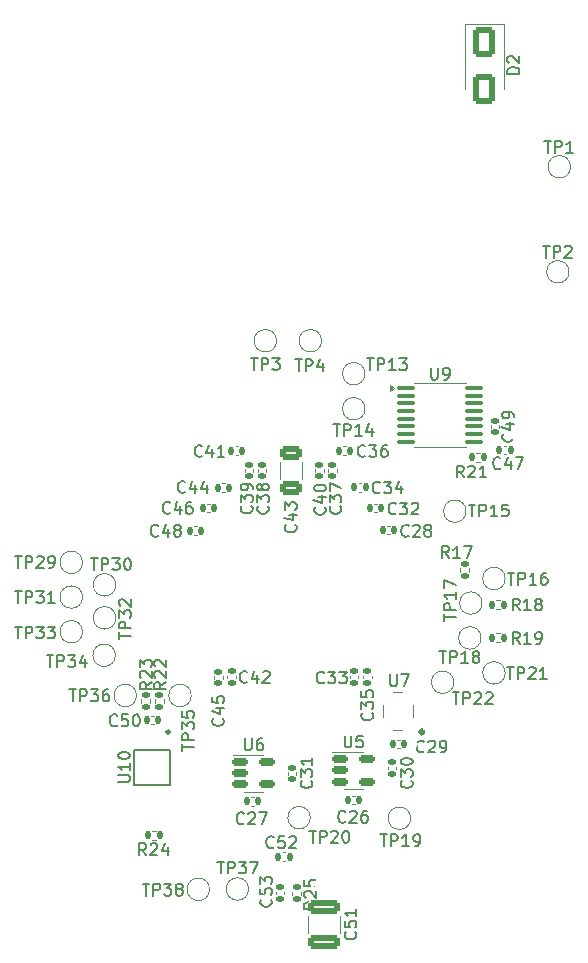
<source format=gto>
G04 #@! TF.GenerationSoftware,KiCad,Pcbnew,8.0.4*
G04 #@! TF.CreationDate,2024-12-28T01:26:10+01:00*
G04 #@! TF.ProjectId,nerdaxe-gamma,6e657264-6178-4652-9d67-616d6d612e6b,rev?*
G04 #@! TF.SameCoordinates,Original*
G04 #@! TF.FileFunction,Legend,Top*
G04 #@! TF.FilePolarity,Positive*
%FSLAX46Y46*%
G04 Gerber Fmt 4.6, Leading zero omitted, Abs format (unit mm)*
G04 Created by KiCad (PCBNEW 8.0.4) date 2024-12-28 01:26:10*
%MOMM*%
%LPD*%
G01*
G04 APERTURE LIST*
G04 Aperture macros list*
%AMRoundRect*
0 Rectangle with rounded corners*
0 $1 Rounding radius*
0 $2 $3 $4 $5 $6 $7 $8 $9 X,Y pos of 4 corners*
0 Add a 4 corners polygon primitive as box body*
4,1,4,$2,$3,$4,$5,$6,$7,$8,$9,$2,$3,0*
0 Add four circle primitives for the rounded corners*
1,1,$1+$1,$2,$3*
1,1,$1+$1,$4,$5*
1,1,$1+$1,$6,$7*
1,1,$1+$1,$8,$9*
0 Add four rect primitives between the rounded corners*
20,1,$1+$1,$2,$3,$4,$5,0*
20,1,$1+$1,$4,$5,$6,$7,0*
20,1,$1+$1,$6,$7,$8,$9,0*
20,1,$1+$1,$8,$9,$2,$3,0*%
G04 Aperture macros list end*
%ADD10C,0.150000*%
%ADD11C,0.120000*%
%ADD12C,0.313180*%
%ADD13C,0.254165*%
%ADD14RoundRect,0.250000X-0.650000X1.000000X-0.650000X-1.000000X0.650000X-1.000000X0.650000X1.000000X0*%
%ADD15C,1.500000*%
%ADD16RoundRect,0.135000X0.135000X0.185000X-0.135000X0.185000X-0.135000X-0.185000X0.135000X-0.185000X0*%
%ADD17RoundRect,0.250000X-1.100000X0.325000X-1.100000X-0.325000X1.100000X-0.325000X1.100000X0.325000X0*%
%ADD18C,2.000000*%
%ADD19RoundRect,0.140000X0.140000X0.170000X-0.140000X0.170000X-0.140000X-0.170000X0.140000X-0.170000X0*%
%ADD20RoundRect,0.140000X0.170000X-0.140000X0.170000X0.140000X-0.170000X0.140000X-0.170000X-0.140000X0*%
%ADD21RoundRect,0.140000X-0.170000X0.140000X-0.170000X-0.140000X0.170000X-0.140000X0.170000X0.140000X0*%
%ADD22RoundRect,0.135000X-0.185000X0.135000X-0.185000X-0.135000X0.185000X-0.135000X0.185000X0.135000X0*%
%ADD23C,3.000000*%
%ADD24RoundRect,0.150000X-0.512500X-0.150000X0.512500X-0.150000X0.512500X0.150000X-0.512500X0.150000X0*%
%ADD25R,1.100000X1.300000*%
%ADD26RoundRect,0.140000X-0.140000X-0.170000X0.140000X-0.170000X0.140000X0.170000X-0.140000X0.170000X0*%
%ADD27C,0.800000*%
%ADD28C,6.000000*%
%ADD29RoundRect,0.250000X-0.650000X0.325000X-0.650000X-0.325000X0.650000X-0.325000X0.650000X0.325000X0*%
%ADD30RoundRect,0.135000X0.185000X-0.135000X0.185000X0.135000X-0.185000X0.135000X-0.185000X-0.135000X0*%
%ADD31R,0.400000X1.100000*%
%ADD32C,3.500000*%
%ADD33RoundRect,0.100000X-0.637500X-0.100000X0.637500X-0.100000X0.637500X0.100000X-0.637500X0.100000X0*%
%ADD34RoundRect,0.135000X-0.135000X-0.185000X0.135000X-0.185000X0.135000X0.185000X-0.135000X0.185000X0*%
%ADD35C,1.295400*%
%ADD36C,1.574800*%
%ADD37C,1.700000*%
%ADD38C,1.600000*%
%ADD39C,1.800000*%
%ADD40C,0.400000*%
%ADD41C,0.500000*%
%ADD42C,1.000000*%
G04 APERTURE END LIST*
D10*
X125001819Y-71255094D02*
X124001819Y-71255094D01*
X124001819Y-71255094D02*
X124001819Y-71016999D01*
X124001819Y-71016999D02*
X124049438Y-70874142D01*
X124049438Y-70874142D02*
X124144676Y-70778904D01*
X124144676Y-70778904D02*
X124239914Y-70731285D01*
X124239914Y-70731285D02*
X124430390Y-70683666D01*
X124430390Y-70683666D02*
X124573247Y-70683666D01*
X124573247Y-70683666D02*
X124763723Y-70731285D01*
X124763723Y-70731285D02*
X124858961Y-70778904D01*
X124858961Y-70778904D02*
X124954200Y-70874142D01*
X124954200Y-70874142D02*
X125001819Y-71016999D01*
X125001819Y-71016999D02*
X125001819Y-71255094D01*
X124097057Y-70302713D02*
X124049438Y-70255094D01*
X124049438Y-70255094D02*
X124001819Y-70159856D01*
X124001819Y-70159856D02*
X124001819Y-69921761D01*
X124001819Y-69921761D02*
X124049438Y-69826523D01*
X124049438Y-69826523D02*
X124097057Y-69778904D01*
X124097057Y-69778904D02*
X124192295Y-69731285D01*
X124192295Y-69731285D02*
X124287533Y-69731285D01*
X124287533Y-69731285D02*
X124430390Y-69778904D01*
X124430390Y-69778904D02*
X125001819Y-70350332D01*
X125001819Y-70350332D02*
X125001819Y-69731285D01*
X127135095Y-76927819D02*
X127706523Y-76927819D01*
X127420809Y-77927819D02*
X127420809Y-76927819D01*
X128039857Y-77927819D02*
X128039857Y-76927819D01*
X128039857Y-76927819D02*
X128420809Y-76927819D01*
X128420809Y-76927819D02*
X128516047Y-76975438D01*
X128516047Y-76975438D02*
X128563666Y-77023057D01*
X128563666Y-77023057D02*
X128611285Y-77118295D01*
X128611285Y-77118295D02*
X128611285Y-77261152D01*
X128611285Y-77261152D02*
X128563666Y-77356390D01*
X128563666Y-77356390D02*
X128516047Y-77404009D01*
X128516047Y-77404009D02*
X128420809Y-77451628D01*
X128420809Y-77451628D02*
X128039857Y-77451628D01*
X129563666Y-77927819D02*
X128992238Y-77927819D01*
X129277952Y-77927819D02*
X129277952Y-76927819D01*
X129277952Y-76927819D02*
X129182714Y-77070676D01*
X129182714Y-77070676D02*
X129087476Y-77165914D01*
X129087476Y-77165914D02*
X128992238Y-77213533D01*
X120307142Y-105414819D02*
X119973809Y-104938628D01*
X119735714Y-105414819D02*
X119735714Y-104414819D01*
X119735714Y-104414819D02*
X120116666Y-104414819D01*
X120116666Y-104414819D02*
X120211904Y-104462438D01*
X120211904Y-104462438D02*
X120259523Y-104510057D01*
X120259523Y-104510057D02*
X120307142Y-104605295D01*
X120307142Y-104605295D02*
X120307142Y-104748152D01*
X120307142Y-104748152D02*
X120259523Y-104843390D01*
X120259523Y-104843390D02*
X120211904Y-104891009D01*
X120211904Y-104891009D02*
X120116666Y-104938628D01*
X120116666Y-104938628D02*
X119735714Y-104938628D01*
X120688095Y-104510057D02*
X120735714Y-104462438D01*
X120735714Y-104462438D02*
X120830952Y-104414819D01*
X120830952Y-104414819D02*
X121069047Y-104414819D01*
X121069047Y-104414819D02*
X121164285Y-104462438D01*
X121164285Y-104462438D02*
X121211904Y-104510057D01*
X121211904Y-104510057D02*
X121259523Y-104605295D01*
X121259523Y-104605295D02*
X121259523Y-104700533D01*
X121259523Y-104700533D02*
X121211904Y-104843390D01*
X121211904Y-104843390D02*
X120640476Y-105414819D01*
X120640476Y-105414819D02*
X121259523Y-105414819D01*
X122211904Y-105414819D02*
X121640476Y-105414819D01*
X121926190Y-105414819D02*
X121926190Y-104414819D01*
X121926190Y-104414819D02*
X121830952Y-104557676D01*
X121830952Y-104557676D02*
X121735714Y-104652914D01*
X121735714Y-104652914D02*
X121640476Y-104700533D01*
X111117580Y-143898857D02*
X111165200Y-143946476D01*
X111165200Y-143946476D02*
X111212819Y-144089333D01*
X111212819Y-144089333D02*
X111212819Y-144184571D01*
X111212819Y-144184571D02*
X111165200Y-144327428D01*
X111165200Y-144327428D02*
X111069961Y-144422666D01*
X111069961Y-144422666D02*
X110974723Y-144470285D01*
X110974723Y-144470285D02*
X110784247Y-144517904D01*
X110784247Y-144517904D02*
X110641390Y-144517904D01*
X110641390Y-144517904D02*
X110450914Y-144470285D01*
X110450914Y-144470285D02*
X110355676Y-144422666D01*
X110355676Y-144422666D02*
X110260438Y-144327428D01*
X110260438Y-144327428D02*
X110212819Y-144184571D01*
X110212819Y-144184571D02*
X110212819Y-144089333D01*
X110212819Y-144089333D02*
X110260438Y-143946476D01*
X110260438Y-143946476D02*
X110308057Y-143898857D01*
X110212819Y-142994095D02*
X110212819Y-143470285D01*
X110212819Y-143470285D02*
X110689009Y-143517904D01*
X110689009Y-143517904D02*
X110641390Y-143470285D01*
X110641390Y-143470285D02*
X110593771Y-143375047D01*
X110593771Y-143375047D02*
X110593771Y-143136952D01*
X110593771Y-143136952D02*
X110641390Y-143041714D01*
X110641390Y-143041714D02*
X110689009Y-142994095D01*
X110689009Y-142994095D02*
X110784247Y-142946476D01*
X110784247Y-142946476D02*
X111022342Y-142946476D01*
X111022342Y-142946476D02*
X111117580Y-142994095D01*
X111117580Y-142994095D02*
X111165200Y-143041714D01*
X111165200Y-143041714D02*
X111212819Y-143136952D01*
X111212819Y-143136952D02*
X111212819Y-143375047D01*
X111212819Y-143375047D02*
X111165200Y-143470285D01*
X111165200Y-143470285D02*
X111117580Y-143517904D01*
X111212819Y-141994095D02*
X111212819Y-142565523D01*
X111212819Y-142279809D02*
X110212819Y-142279809D01*
X110212819Y-142279809D02*
X110355676Y-142375047D01*
X110355676Y-142375047D02*
X110450914Y-142470285D01*
X110450914Y-142470285D02*
X110498533Y-142565523D01*
X113231905Y-135644819D02*
X113803333Y-135644819D01*
X113517619Y-136644819D02*
X113517619Y-135644819D01*
X114136667Y-136644819D02*
X114136667Y-135644819D01*
X114136667Y-135644819D02*
X114517619Y-135644819D01*
X114517619Y-135644819D02*
X114612857Y-135692438D01*
X114612857Y-135692438D02*
X114660476Y-135740057D01*
X114660476Y-135740057D02*
X114708095Y-135835295D01*
X114708095Y-135835295D02*
X114708095Y-135978152D01*
X114708095Y-135978152D02*
X114660476Y-136073390D01*
X114660476Y-136073390D02*
X114612857Y-136121009D01*
X114612857Y-136121009D02*
X114517619Y-136168628D01*
X114517619Y-136168628D02*
X114136667Y-136168628D01*
X115660476Y-136644819D02*
X115089048Y-136644819D01*
X115374762Y-136644819D02*
X115374762Y-135644819D01*
X115374762Y-135644819D02*
X115279524Y-135787676D01*
X115279524Y-135787676D02*
X115184286Y-135882914D01*
X115184286Y-135882914D02*
X115089048Y-135930533D01*
X116136667Y-136644819D02*
X116327143Y-136644819D01*
X116327143Y-136644819D02*
X116422381Y-136597200D01*
X116422381Y-136597200D02*
X116470000Y-136549580D01*
X116470000Y-136549580D02*
X116565238Y-136406723D01*
X116565238Y-136406723D02*
X116612857Y-136216247D01*
X116612857Y-136216247D02*
X116612857Y-135835295D01*
X116612857Y-135835295D02*
X116565238Y-135740057D01*
X116565238Y-135740057D02*
X116517619Y-135692438D01*
X116517619Y-135692438D02*
X116422381Y-135644819D01*
X116422381Y-135644819D02*
X116231905Y-135644819D01*
X116231905Y-135644819D02*
X116136667Y-135692438D01*
X116136667Y-135692438D02*
X116089048Y-135740057D01*
X116089048Y-135740057D02*
X116041429Y-135835295D01*
X116041429Y-135835295D02*
X116041429Y-136073390D01*
X116041429Y-136073390D02*
X116089048Y-136168628D01*
X116089048Y-136168628D02*
X116136667Y-136216247D01*
X116136667Y-136216247D02*
X116231905Y-136263866D01*
X116231905Y-136263866D02*
X116422381Y-136263866D01*
X116422381Y-136263866D02*
X116517619Y-136216247D01*
X116517619Y-136216247D02*
X116565238Y-136168628D01*
X116565238Y-136168628D02*
X116612857Y-136073390D01*
X98137142Y-103589580D02*
X98089523Y-103637200D01*
X98089523Y-103637200D02*
X97946666Y-103684819D01*
X97946666Y-103684819D02*
X97851428Y-103684819D01*
X97851428Y-103684819D02*
X97708571Y-103637200D01*
X97708571Y-103637200D02*
X97613333Y-103541961D01*
X97613333Y-103541961D02*
X97565714Y-103446723D01*
X97565714Y-103446723D02*
X97518095Y-103256247D01*
X97518095Y-103256247D02*
X97518095Y-103113390D01*
X97518095Y-103113390D02*
X97565714Y-102922914D01*
X97565714Y-102922914D02*
X97613333Y-102827676D01*
X97613333Y-102827676D02*
X97708571Y-102732438D01*
X97708571Y-102732438D02*
X97851428Y-102684819D01*
X97851428Y-102684819D02*
X97946666Y-102684819D01*
X97946666Y-102684819D02*
X98089523Y-102732438D01*
X98089523Y-102732438D02*
X98137142Y-102780057D01*
X98994285Y-103018152D02*
X98994285Y-103684819D01*
X98756190Y-102637200D02*
X98518095Y-103351485D01*
X98518095Y-103351485D02*
X99137142Y-103351485D01*
X100041904Y-103684819D02*
X99470476Y-103684819D01*
X99756190Y-103684819D02*
X99756190Y-102684819D01*
X99756190Y-102684819D02*
X99660952Y-102827676D01*
X99660952Y-102827676D02*
X99565714Y-102922914D01*
X99565714Y-102922914D02*
X99470476Y-102970533D01*
X123961905Y-121484819D02*
X124533333Y-121484819D01*
X124247619Y-122484819D02*
X124247619Y-121484819D01*
X124866667Y-122484819D02*
X124866667Y-121484819D01*
X124866667Y-121484819D02*
X125247619Y-121484819D01*
X125247619Y-121484819D02*
X125342857Y-121532438D01*
X125342857Y-121532438D02*
X125390476Y-121580057D01*
X125390476Y-121580057D02*
X125438095Y-121675295D01*
X125438095Y-121675295D02*
X125438095Y-121818152D01*
X125438095Y-121818152D02*
X125390476Y-121913390D01*
X125390476Y-121913390D02*
X125342857Y-121961009D01*
X125342857Y-121961009D02*
X125247619Y-122008628D01*
X125247619Y-122008628D02*
X124866667Y-122008628D01*
X125819048Y-121580057D02*
X125866667Y-121532438D01*
X125866667Y-121532438D02*
X125961905Y-121484819D01*
X125961905Y-121484819D02*
X126200000Y-121484819D01*
X126200000Y-121484819D02*
X126295238Y-121532438D01*
X126295238Y-121532438D02*
X126342857Y-121580057D01*
X126342857Y-121580057D02*
X126390476Y-121675295D01*
X126390476Y-121675295D02*
X126390476Y-121770533D01*
X126390476Y-121770533D02*
X126342857Y-121913390D01*
X126342857Y-121913390D02*
X125771429Y-122484819D01*
X125771429Y-122484819D02*
X126390476Y-122484819D01*
X127342857Y-122484819D02*
X126771429Y-122484819D01*
X127057143Y-122484819D02*
X127057143Y-121484819D01*
X127057143Y-121484819D02*
X126961905Y-121627676D01*
X126961905Y-121627676D02*
X126866667Y-121722914D01*
X126866667Y-121722914D02*
X126771429Y-121770533D01*
X118241905Y-120124819D02*
X118813333Y-120124819D01*
X118527619Y-121124819D02*
X118527619Y-120124819D01*
X119146667Y-121124819D02*
X119146667Y-120124819D01*
X119146667Y-120124819D02*
X119527619Y-120124819D01*
X119527619Y-120124819D02*
X119622857Y-120172438D01*
X119622857Y-120172438D02*
X119670476Y-120220057D01*
X119670476Y-120220057D02*
X119718095Y-120315295D01*
X119718095Y-120315295D02*
X119718095Y-120458152D01*
X119718095Y-120458152D02*
X119670476Y-120553390D01*
X119670476Y-120553390D02*
X119622857Y-120601009D01*
X119622857Y-120601009D02*
X119527619Y-120648628D01*
X119527619Y-120648628D02*
X119146667Y-120648628D01*
X120670476Y-121124819D02*
X120099048Y-121124819D01*
X120384762Y-121124819D02*
X120384762Y-120124819D01*
X120384762Y-120124819D02*
X120289524Y-120267676D01*
X120289524Y-120267676D02*
X120194286Y-120362914D01*
X120194286Y-120362914D02*
X120099048Y-120410533D01*
X121241905Y-120553390D02*
X121146667Y-120505771D01*
X121146667Y-120505771D02*
X121099048Y-120458152D01*
X121099048Y-120458152D02*
X121051429Y-120362914D01*
X121051429Y-120362914D02*
X121051429Y-120315295D01*
X121051429Y-120315295D02*
X121099048Y-120220057D01*
X121099048Y-120220057D02*
X121146667Y-120172438D01*
X121146667Y-120172438D02*
X121241905Y-120124819D01*
X121241905Y-120124819D02*
X121432381Y-120124819D01*
X121432381Y-120124819D02*
X121527619Y-120172438D01*
X121527619Y-120172438D02*
X121575238Y-120220057D01*
X121575238Y-120220057D02*
X121622857Y-120315295D01*
X121622857Y-120315295D02*
X121622857Y-120362914D01*
X121622857Y-120362914D02*
X121575238Y-120458152D01*
X121575238Y-120458152D02*
X121527619Y-120505771D01*
X121527619Y-120505771D02*
X121432381Y-120553390D01*
X121432381Y-120553390D02*
X121241905Y-120553390D01*
X121241905Y-120553390D02*
X121146667Y-120601009D01*
X121146667Y-120601009D02*
X121099048Y-120648628D01*
X121099048Y-120648628D02*
X121051429Y-120743866D01*
X121051429Y-120743866D02*
X121051429Y-120934342D01*
X121051429Y-120934342D02*
X121099048Y-121029580D01*
X121099048Y-121029580D02*
X121146667Y-121077200D01*
X121146667Y-121077200D02*
X121241905Y-121124819D01*
X121241905Y-121124819D02*
X121432381Y-121124819D01*
X121432381Y-121124819D02*
X121527619Y-121077200D01*
X121527619Y-121077200D02*
X121575238Y-121029580D01*
X121575238Y-121029580D02*
X121622857Y-120934342D01*
X121622857Y-120934342D02*
X121622857Y-120743866D01*
X121622857Y-120743866D02*
X121575238Y-120648628D01*
X121575238Y-120648628D02*
X121527619Y-120601009D01*
X121527619Y-120601009D02*
X121432381Y-120553390D01*
X101967142Y-122729580D02*
X101919523Y-122777200D01*
X101919523Y-122777200D02*
X101776666Y-122824819D01*
X101776666Y-122824819D02*
X101681428Y-122824819D01*
X101681428Y-122824819D02*
X101538571Y-122777200D01*
X101538571Y-122777200D02*
X101443333Y-122681961D01*
X101443333Y-122681961D02*
X101395714Y-122586723D01*
X101395714Y-122586723D02*
X101348095Y-122396247D01*
X101348095Y-122396247D02*
X101348095Y-122253390D01*
X101348095Y-122253390D02*
X101395714Y-122062914D01*
X101395714Y-122062914D02*
X101443333Y-121967676D01*
X101443333Y-121967676D02*
X101538571Y-121872438D01*
X101538571Y-121872438D02*
X101681428Y-121824819D01*
X101681428Y-121824819D02*
X101776666Y-121824819D01*
X101776666Y-121824819D02*
X101919523Y-121872438D01*
X101919523Y-121872438D02*
X101967142Y-121920057D01*
X102824285Y-122158152D02*
X102824285Y-122824819D01*
X102586190Y-121777200D02*
X102348095Y-122491485D01*
X102348095Y-122491485D02*
X102967142Y-122491485D01*
X103300476Y-121920057D02*
X103348095Y-121872438D01*
X103348095Y-121872438D02*
X103443333Y-121824819D01*
X103443333Y-121824819D02*
X103681428Y-121824819D01*
X103681428Y-121824819D02*
X103776666Y-121872438D01*
X103776666Y-121872438D02*
X103824285Y-121920057D01*
X103824285Y-121920057D02*
X103871904Y-122015295D01*
X103871904Y-122015295D02*
X103871904Y-122110533D01*
X103871904Y-122110533D02*
X103824285Y-122253390D01*
X103824285Y-122253390D02*
X103252857Y-122824819D01*
X103252857Y-122824819D02*
X103871904Y-122824819D01*
X108534780Y-107942857D02*
X108582400Y-107990476D01*
X108582400Y-107990476D02*
X108630019Y-108133333D01*
X108630019Y-108133333D02*
X108630019Y-108228571D01*
X108630019Y-108228571D02*
X108582400Y-108371428D01*
X108582400Y-108371428D02*
X108487161Y-108466666D01*
X108487161Y-108466666D02*
X108391923Y-108514285D01*
X108391923Y-108514285D02*
X108201447Y-108561904D01*
X108201447Y-108561904D02*
X108058590Y-108561904D01*
X108058590Y-108561904D02*
X107868114Y-108514285D01*
X107868114Y-108514285D02*
X107772876Y-108466666D01*
X107772876Y-108466666D02*
X107677638Y-108371428D01*
X107677638Y-108371428D02*
X107630019Y-108228571D01*
X107630019Y-108228571D02*
X107630019Y-108133333D01*
X107630019Y-108133333D02*
X107677638Y-107990476D01*
X107677638Y-107990476D02*
X107725257Y-107942857D01*
X107963352Y-107085714D02*
X108630019Y-107085714D01*
X107582400Y-107323809D02*
X108296685Y-107561904D01*
X108296685Y-107561904D02*
X108296685Y-106942857D01*
X107630019Y-106371428D02*
X107630019Y-106276190D01*
X107630019Y-106276190D02*
X107677638Y-106180952D01*
X107677638Y-106180952D02*
X107725257Y-106133333D01*
X107725257Y-106133333D02*
X107820495Y-106085714D01*
X107820495Y-106085714D02*
X108010971Y-106038095D01*
X108010971Y-106038095D02*
X108249066Y-106038095D01*
X108249066Y-106038095D02*
X108439542Y-106085714D01*
X108439542Y-106085714D02*
X108534780Y-106133333D01*
X108534780Y-106133333D02*
X108582400Y-106180952D01*
X108582400Y-106180952D02*
X108630019Y-106276190D01*
X108630019Y-106276190D02*
X108630019Y-106371428D01*
X108630019Y-106371428D02*
X108582400Y-106466666D01*
X108582400Y-106466666D02*
X108534780Y-106514285D01*
X108534780Y-106514285D02*
X108439542Y-106561904D01*
X108439542Y-106561904D02*
X108249066Y-106609523D01*
X108249066Y-106609523D02*
X108010971Y-106609523D01*
X108010971Y-106609523D02*
X107820495Y-106561904D01*
X107820495Y-106561904D02*
X107725257Y-106514285D01*
X107725257Y-106514285D02*
X107677638Y-106466666D01*
X107677638Y-106466666D02*
X107630019Y-106371428D01*
X93884819Y-122752857D02*
X93408628Y-123086190D01*
X93884819Y-123324285D02*
X92884819Y-123324285D01*
X92884819Y-123324285D02*
X92884819Y-122943333D01*
X92884819Y-122943333D02*
X92932438Y-122848095D01*
X92932438Y-122848095D02*
X92980057Y-122800476D01*
X92980057Y-122800476D02*
X93075295Y-122752857D01*
X93075295Y-122752857D02*
X93218152Y-122752857D01*
X93218152Y-122752857D02*
X93313390Y-122800476D01*
X93313390Y-122800476D02*
X93361009Y-122848095D01*
X93361009Y-122848095D02*
X93408628Y-122943333D01*
X93408628Y-122943333D02*
X93408628Y-123324285D01*
X92980057Y-122371904D02*
X92932438Y-122324285D01*
X92932438Y-122324285D02*
X92884819Y-122229047D01*
X92884819Y-122229047D02*
X92884819Y-121990952D01*
X92884819Y-121990952D02*
X92932438Y-121895714D01*
X92932438Y-121895714D02*
X92980057Y-121848095D01*
X92980057Y-121848095D02*
X93075295Y-121800476D01*
X93075295Y-121800476D02*
X93170533Y-121800476D01*
X93170533Y-121800476D02*
X93313390Y-121848095D01*
X93313390Y-121848095D02*
X93884819Y-122419523D01*
X93884819Y-122419523D02*
X93884819Y-121800476D01*
X92884819Y-121467142D02*
X92884819Y-120848095D01*
X92884819Y-120848095D02*
X93265771Y-121181428D01*
X93265771Y-121181428D02*
X93265771Y-121038571D01*
X93265771Y-121038571D02*
X93313390Y-120943333D01*
X93313390Y-120943333D02*
X93361009Y-120895714D01*
X93361009Y-120895714D02*
X93456247Y-120848095D01*
X93456247Y-120848095D02*
X93694342Y-120848095D01*
X93694342Y-120848095D02*
X93789580Y-120895714D01*
X93789580Y-120895714D02*
X93837200Y-120943333D01*
X93837200Y-120943333D02*
X93884819Y-121038571D01*
X93884819Y-121038571D02*
X93884819Y-121324285D01*
X93884819Y-121324285D02*
X93837200Y-121419523D01*
X93837200Y-121419523D02*
X93789580Y-121467142D01*
X95437142Y-108399580D02*
X95389523Y-108447200D01*
X95389523Y-108447200D02*
X95246666Y-108494819D01*
X95246666Y-108494819D02*
X95151428Y-108494819D01*
X95151428Y-108494819D02*
X95008571Y-108447200D01*
X95008571Y-108447200D02*
X94913333Y-108351961D01*
X94913333Y-108351961D02*
X94865714Y-108256723D01*
X94865714Y-108256723D02*
X94818095Y-108066247D01*
X94818095Y-108066247D02*
X94818095Y-107923390D01*
X94818095Y-107923390D02*
X94865714Y-107732914D01*
X94865714Y-107732914D02*
X94913333Y-107637676D01*
X94913333Y-107637676D02*
X95008571Y-107542438D01*
X95008571Y-107542438D02*
X95151428Y-107494819D01*
X95151428Y-107494819D02*
X95246666Y-107494819D01*
X95246666Y-107494819D02*
X95389523Y-107542438D01*
X95389523Y-107542438D02*
X95437142Y-107590057D01*
X96294285Y-107828152D02*
X96294285Y-108494819D01*
X96056190Y-107447200D02*
X95818095Y-108161485D01*
X95818095Y-108161485D02*
X96437142Y-108161485D01*
X97246666Y-107494819D02*
X97056190Y-107494819D01*
X97056190Y-107494819D02*
X96960952Y-107542438D01*
X96960952Y-107542438D02*
X96913333Y-107590057D01*
X96913333Y-107590057D02*
X96818095Y-107732914D01*
X96818095Y-107732914D02*
X96770476Y-107923390D01*
X96770476Y-107923390D02*
X96770476Y-108304342D01*
X96770476Y-108304342D02*
X96818095Y-108399580D01*
X96818095Y-108399580D02*
X96865714Y-108447200D01*
X96865714Y-108447200D02*
X96960952Y-108494819D01*
X96960952Y-108494819D02*
X97151428Y-108494819D01*
X97151428Y-108494819D02*
X97246666Y-108447200D01*
X97246666Y-108447200D02*
X97294285Y-108399580D01*
X97294285Y-108399580D02*
X97341904Y-108304342D01*
X97341904Y-108304342D02*
X97341904Y-108066247D01*
X97341904Y-108066247D02*
X97294285Y-107971009D01*
X97294285Y-107971009D02*
X97246666Y-107923390D01*
X97246666Y-107923390D02*
X97151428Y-107875771D01*
X97151428Y-107875771D02*
X96960952Y-107875771D01*
X96960952Y-107875771D02*
X96865714Y-107923390D01*
X96865714Y-107923390D02*
X96818095Y-107971009D01*
X96818095Y-107971009D02*
X96770476Y-108066247D01*
X102324580Y-107842857D02*
X102372200Y-107890476D01*
X102372200Y-107890476D02*
X102419819Y-108033333D01*
X102419819Y-108033333D02*
X102419819Y-108128571D01*
X102419819Y-108128571D02*
X102372200Y-108271428D01*
X102372200Y-108271428D02*
X102276961Y-108366666D01*
X102276961Y-108366666D02*
X102181723Y-108414285D01*
X102181723Y-108414285D02*
X101991247Y-108461904D01*
X101991247Y-108461904D02*
X101848390Y-108461904D01*
X101848390Y-108461904D02*
X101657914Y-108414285D01*
X101657914Y-108414285D02*
X101562676Y-108366666D01*
X101562676Y-108366666D02*
X101467438Y-108271428D01*
X101467438Y-108271428D02*
X101419819Y-108128571D01*
X101419819Y-108128571D02*
X101419819Y-108033333D01*
X101419819Y-108033333D02*
X101467438Y-107890476D01*
X101467438Y-107890476D02*
X101515057Y-107842857D01*
X101419819Y-107509523D02*
X101419819Y-106890476D01*
X101419819Y-106890476D02*
X101800771Y-107223809D01*
X101800771Y-107223809D02*
X101800771Y-107080952D01*
X101800771Y-107080952D02*
X101848390Y-106985714D01*
X101848390Y-106985714D02*
X101896009Y-106938095D01*
X101896009Y-106938095D02*
X101991247Y-106890476D01*
X101991247Y-106890476D02*
X102229342Y-106890476D01*
X102229342Y-106890476D02*
X102324580Y-106938095D01*
X102324580Y-106938095D02*
X102372200Y-106985714D01*
X102372200Y-106985714D02*
X102419819Y-107080952D01*
X102419819Y-107080952D02*
X102419819Y-107366666D01*
X102419819Y-107366666D02*
X102372200Y-107461904D01*
X102372200Y-107461904D02*
X102324580Y-107509523D01*
X102419819Y-106414285D02*
X102419819Y-106223809D01*
X102419819Y-106223809D02*
X102372200Y-106128571D01*
X102372200Y-106128571D02*
X102324580Y-106080952D01*
X102324580Y-106080952D02*
X102181723Y-105985714D01*
X102181723Y-105985714D02*
X101991247Y-105938095D01*
X101991247Y-105938095D02*
X101610295Y-105938095D01*
X101610295Y-105938095D02*
X101515057Y-105985714D01*
X101515057Y-105985714D02*
X101467438Y-106033333D01*
X101467438Y-106033333D02*
X101419819Y-106128571D01*
X101419819Y-106128571D02*
X101419819Y-106319047D01*
X101419819Y-106319047D02*
X101467438Y-106414285D01*
X101467438Y-106414285D02*
X101515057Y-106461904D01*
X101515057Y-106461904D02*
X101610295Y-106509523D01*
X101610295Y-106509523D02*
X101848390Y-106509523D01*
X101848390Y-106509523D02*
X101943628Y-106461904D01*
X101943628Y-106461904D02*
X101991247Y-106414285D01*
X101991247Y-106414285D02*
X102038866Y-106319047D01*
X102038866Y-106319047D02*
X102038866Y-106128571D01*
X102038866Y-106128571D02*
X101991247Y-106033333D01*
X101991247Y-106033333D02*
X101943628Y-105985714D01*
X101943628Y-105985714D02*
X101848390Y-105938095D01*
X101768095Y-127524819D02*
X101768095Y-128334342D01*
X101768095Y-128334342D02*
X101815714Y-128429580D01*
X101815714Y-128429580D02*
X101863333Y-128477200D01*
X101863333Y-128477200D02*
X101958571Y-128524819D01*
X101958571Y-128524819D02*
X102149047Y-128524819D01*
X102149047Y-128524819D02*
X102244285Y-128477200D01*
X102244285Y-128477200D02*
X102291904Y-128429580D01*
X102291904Y-128429580D02*
X102339523Y-128334342D01*
X102339523Y-128334342D02*
X102339523Y-127524819D01*
X103244285Y-127524819D02*
X103053809Y-127524819D01*
X103053809Y-127524819D02*
X102958571Y-127572438D01*
X102958571Y-127572438D02*
X102910952Y-127620057D01*
X102910952Y-127620057D02*
X102815714Y-127762914D01*
X102815714Y-127762914D02*
X102768095Y-127953390D01*
X102768095Y-127953390D02*
X102768095Y-128334342D01*
X102768095Y-128334342D02*
X102815714Y-128429580D01*
X102815714Y-128429580D02*
X102863333Y-128477200D01*
X102863333Y-128477200D02*
X102958571Y-128524819D01*
X102958571Y-128524819D02*
X103149047Y-128524819D01*
X103149047Y-128524819D02*
X103244285Y-128477200D01*
X103244285Y-128477200D02*
X103291904Y-128429580D01*
X103291904Y-128429580D02*
X103339523Y-128334342D01*
X103339523Y-128334342D02*
X103339523Y-128096247D01*
X103339523Y-128096247D02*
X103291904Y-128001009D01*
X103291904Y-128001009D02*
X103244285Y-127953390D01*
X103244285Y-127953390D02*
X103149047Y-127905771D01*
X103149047Y-127905771D02*
X102958571Y-127905771D01*
X102958571Y-127905771D02*
X102863333Y-127953390D01*
X102863333Y-127953390D02*
X102815714Y-128001009D01*
X102815714Y-128001009D02*
X102768095Y-128096247D01*
X112101905Y-95334819D02*
X112673333Y-95334819D01*
X112387619Y-96334819D02*
X112387619Y-95334819D01*
X113006667Y-96334819D02*
X113006667Y-95334819D01*
X113006667Y-95334819D02*
X113387619Y-95334819D01*
X113387619Y-95334819D02*
X113482857Y-95382438D01*
X113482857Y-95382438D02*
X113530476Y-95430057D01*
X113530476Y-95430057D02*
X113578095Y-95525295D01*
X113578095Y-95525295D02*
X113578095Y-95668152D01*
X113578095Y-95668152D02*
X113530476Y-95763390D01*
X113530476Y-95763390D02*
X113482857Y-95811009D01*
X113482857Y-95811009D02*
X113387619Y-95858628D01*
X113387619Y-95858628D02*
X113006667Y-95858628D01*
X114530476Y-96334819D02*
X113959048Y-96334819D01*
X114244762Y-96334819D02*
X114244762Y-95334819D01*
X114244762Y-95334819D02*
X114149524Y-95477676D01*
X114149524Y-95477676D02*
X114054286Y-95572914D01*
X114054286Y-95572914D02*
X113959048Y-95620533D01*
X114863810Y-95334819D02*
X115482857Y-95334819D01*
X115482857Y-95334819D02*
X115149524Y-95715771D01*
X115149524Y-95715771D02*
X115292381Y-95715771D01*
X115292381Y-95715771D02*
X115387619Y-95763390D01*
X115387619Y-95763390D02*
X115435238Y-95811009D01*
X115435238Y-95811009D02*
X115482857Y-95906247D01*
X115482857Y-95906247D02*
X115482857Y-96144342D01*
X115482857Y-96144342D02*
X115435238Y-96239580D01*
X115435238Y-96239580D02*
X115387619Y-96287200D01*
X115387619Y-96287200D02*
X115292381Y-96334819D01*
X115292381Y-96334819D02*
X115006667Y-96334819D01*
X115006667Y-96334819D02*
X114911429Y-96287200D01*
X114911429Y-96287200D02*
X114863810Y-96239580D01*
X99445905Y-137952819D02*
X100017333Y-137952819D01*
X99731619Y-138952819D02*
X99731619Y-137952819D01*
X100350667Y-138952819D02*
X100350667Y-137952819D01*
X100350667Y-137952819D02*
X100731619Y-137952819D01*
X100731619Y-137952819D02*
X100826857Y-138000438D01*
X100826857Y-138000438D02*
X100874476Y-138048057D01*
X100874476Y-138048057D02*
X100922095Y-138143295D01*
X100922095Y-138143295D02*
X100922095Y-138286152D01*
X100922095Y-138286152D02*
X100874476Y-138381390D01*
X100874476Y-138381390D02*
X100826857Y-138429009D01*
X100826857Y-138429009D02*
X100731619Y-138476628D01*
X100731619Y-138476628D02*
X100350667Y-138476628D01*
X101255429Y-137952819D02*
X101874476Y-137952819D01*
X101874476Y-137952819D02*
X101541143Y-138333771D01*
X101541143Y-138333771D02*
X101684000Y-138333771D01*
X101684000Y-138333771D02*
X101779238Y-138381390D01*
X101779238Y-138381390D02*
X101826857Y-138429009D01*
X101826857Y-138429009D02*
X101874476Y-138524247D01*
X101874476Y-138524247D02*
X101874476Y-138762342D01*
X101874476Y-138762342D02*
X101826857Y-138857580D01*
X101826857Y-138857580D02*
X101779238Y-138905200D01*
X101779238Y-138905200D02*
X101684000Y-138952819D01*
X101684000Y-138952819D02*
X101398286Y-138952819D01*
X101398286Y-138952819D02*
X101303048Y-138905200D01*
X101303048Y-138905200D02*
X101255429Y-138857580D01*
X102207810Y-137952819D02*
X102874476Y-137952819D01*
X102874476Y-137952819D02*
X102445905Y-138952819D01*
X96464819Y-128568094D02*
X96464819Y-127996666D01*
X97464819Y-128282380D02*
X96464819Y-128282380D01*
X97464819Y-127663332D02*
X96464819Y-127663332D01*
X96464819Y-127663332D02*
X96464819Y-127282380D01*
X96464819Y-127282380D02*
X96512438Y-127187142D01*
X96512438Y-127187142D02*
X96560057Y-127139523D01*
X96560057Y-127139523D02*
X96655295Y-127091904D01*
X96655295Y-127091904D02*
X96798152Y-127091904D01*
X96798152Y-127091904D02*
X96893390Y-127139523D01*
X96893390Y-127139523D02*
X96941009Y-127187142D01*
X96941009Y-127187142D02*
X96988628Y-127282380D01*
X96988628Y-127282380D02*
X96988628Y-127663332D01*
X96464819Y-126758570D02*
X96464819Y-126139523D01*
X96464819Y-126139523D02*
X96845771Y-126472856D01*
X96845771Y-126472856D02*
X96845771Y-126329999D01*
X96845771Y-126329999D02*
X96893390Y-126234761D01*
X96893390Y-126234761D02*
X96941009Y-126187142D01*
X96941009Y-126187142D02*
X97036247Y-126139523D01*
X97036247Y-126139523D02*
X97274342Y-126139523D01*
X97274342Y-126139523D02*
X97369580Y-126187142D01*
X97369580Y-126187142D02*
X97417200Y-126234761D01*
X97417200Y-126234761D02*
X97464819Y-126329999D01*
X97464819Y-126329999D02*
X97464819Y-126615713D01*
X97464819Y-126615713D02*
X97417200Y-126710951D01*
X97417200Y-126710951D02*
X97369580Y-126758570D01*
X96464819Y-125234761D02*
X96464819Y-125710951D01*
X96464819Y-125710951D02*
X96941009Y-125758570D01*
X96941009Y-125758570D02*
X96893390Y-125710951D01*
X96893390Y-125710951D02*
X96845771Y-125615713D01*
X96845771Y-125615713D02*
X96845771Y-125377618D01*
X96845771Y-125377618D02*
X96893390Y-125282380D01*
X96893390Y-125282380D02*
X96941009Y-125234761D01*
X96941009Y-125234761D02*
X97036247Y-125187142D01*
X97036247Y-125187142D02*
X97274342Y-125187142D01*
X97274342Y-125187142D02*
X97369580Y-125234761D01*
X97369580Y-125234761D02*
X97417200Y-125282380D01*
X97417200Y-125282380D02*
X97464819Y-125377618D01*
X97464819Y-125377618D02*
X97464819Y-125615713D01*
X97464819Y-125615713D02*
X97417200Y-125710951D01*
X97417200Y-125710951D02*
X97369580Y-125758570D01*
X93125905Y-139822819D02*
X93697333Y-139822819D01*
X93411619Y-140822819D02*
X93411619Y-139822819D01*
X94030667Y-140822819D02*
X94030667Y-139822819D01*
X94030667Y-139822819D02*
X94411619Y-139822819D01*
X94411619Y-139822819D02*
X94506857Y-139870438D01*
X94506857Y-139870438D02*
X94554476Y-139918057D01*
X94554476Y-139918057D02*
X94602095Y-140013295D01*
X94602095Y-140013295D02*
X94602095Y-140156152D01*
X94602095Y-140156152D02*
X94554476Y-140251390D01*
X94554476Y-140251390D02*
X94506857Y-140299009D01*
X94506857Y-140299009D02*
X94411619Y-140346628D01*
X94411619Y-140346628D02*
X94030667Y-140346628D01*
X94935429Y-139822819D02*
X95554476Y-139822819D01*
X95554476Y-139822819D02*
X95221143Y-140203771D01*
X95221143Y-140203771D02*
X95364000Y-140203771D01*
X95364000Y-140203771D02*
X95459238Y-140251390D01*
X95459238Y-140251390D02*
X95506857Y-140299009D01*
X95506857Y-140299009D02*
X95554476Y-140394247D01*
X95554476Y-140394247D02*
X95554476Y-140632342D01*
X95554476Y-140632342D02*
X95506857Y-140727580D01*
X95506857Y-140727580D02*
X95459238Y-140775200D01*
X95459238Y-140775200D02*
X95364000Y-140822819D01*
X95364000Y-140822819D02*
X95078286Y-140822819D01*
X95078286Y-140822819D02*
X94983048Y-140775200D01*
X94983048Y-140775200D02*
X94935429Y-140727580D01*
X96125905Y-140251390D02*
X96030667Y-140203771D01*
X96030667Y-140203771D02*
X95983048Y-140156152D01*
X95983048Y-140156152D02*
X95935429Y-140060914D01*
X95935429Y-140060914D02*
X95935429Y-140013295D01*
X95935429Y-140013295D02*
X95983048Y-139918057D01*
X95983048Y-139918057D02*
X96030667Y-139870438D01*
X96030667Y-139870438D02*
X96125905Y-139822819D01*
X96125905Y-139822819D02*
X96316381Y-139822819D01*
X96316381Y-139822819D02*
X96411619Y-139870438D01*
X96411619Y-139870438D02*
X96459238Y-139918057D01*
X96459238Y-139918057D02*
X96506857Y-140013295D01*
X96506857Y-140013295D02*
X96506857Y-140060914D01*
X96506857Y-140060914D02*
X96459238Y-140156152D01*
X96459238Y-140156152D02*
X96411619Y-140203771D01*
X96411619Y-140203771D02*
X96316381Y-140251390D01*
X96316381Y-140251390D02*
X96125905Y-140251390D01*
X96125905Y-140251390D02*
X96030667Y-140299009D01*
X96030667Y-140299009D02*
X95983048Y-140346628D01*
X95983048Y-140346628D02*
X95935429Y-140441866D01*
X95935429Y-140441866D02*
X95935429Y-140632342D01*
X95935429Y-140632342D02*
X95983048Y-140727580D01*
X95983048Y-140727580D02*
X96030667Y-140775200D01*
X96030667Y-140775200D02*
X96125905Y-140822819D01*
X96125905Y-140822819D02*
X96316381Y-140822819D01*
X96316381Y-140822819D02*
X96411619Y-140775200D01*
X96411619Y-140775200D02*
X96459238Y-140727580D01*
X96459238Y-140727580D02*
X96506857Y-140632342D01*
X96506857Y-140632342D02*
X96506857Y-140441866D01*
X96506857Y-140441866D02*
X96459238Y-140346628D01*
X96459238Y-140346628D02*
X96411619Y-140299009D01*
X96411619Y-140299009D02*
X96316381Y-140251390D01*
X82301905Y-118044819D02*
X82873333Y-118044819D01*
X82587619Y-119044819D02*
X82587619Y-118044819D01*
X83206667Y-119044819D02*
X83206667Y-118044819D01*
X83206667Y-118044819D02*
X83587619Y-118044819D01*
X83587619Y-118044819D02*
X83682857Y-118092438D01*
X83682857Y-118092438D02*
X83730476Y-118140057D01*
X83730476Y-118140057D02*
X83778095Y-118235295D01*
X83778095Y-118235295D02*
X83778095Y-118378152D01*
X83778095Y-118378152D02*
X83730476Y-118473390D01*
X83730476Y-118473390D02*
X83682857Y-118521009D01*
X83682857Y-118521009D02*
X83587619Y-118568628D01*
X83587619Y-118568628D02*
X83206667Y-118568628D01*
X84111429Y-118044819D02*
X84730476Y-118044819D01*
X84730476Y-118044819D02*
X84397143Y-118425771D01*
X84397143Y-118425771D02*
X84540000Y-118425771D01*
X84540000Y-118425771D02*
X84635238Y-118473390D01*
X84635238Y-118473390D02*
X84682857Y-118521009D01*
X84682857Y-118521009D02*
X84730476Y-118616247D01*
X84730476Y-118616247D02*
X84730476Y-118854342D01*
X84730476Y-118854342D02*
X84682857Y-118949580D01*
X84682857Y-118949580D02*
X84635238Y-118997200D01*
X84635238Y-118997200D02*
X84540000Y-119044819D01*
X84540000Y-119044819D02*
X84254286Y-119044819D01*
X84254286Y-119044819D02*
X84159048Y-118997200D01*
X84159048Y-118997200D02*
X84111429Y-118949580D01*
X85063810Y-118044819D02*
X85682857Y-118044819D01*
X85682857Y-118044819D02*
X85349524Y-118425771D01*
X85349524Y-118425771D02*
X85492381Y-118425771D01*
X85492381Y-118425771D02*
X85587619Y-118473390D01*
X85587619Y-118473390D02*
X85635238Y-118521009D01*
X85635238Y-118521009D02*
X85682857Y-118616247D01*
X85682857Y-118616247D02*
X85682857Y-118854342D01*
X85682857Y-118854342D02*
X85635238Y-118949580D01*
X85635238Y-118949580D02*
X85587619Y-118997200D01*
X85587619Y-118997200D02*
X85492381Y-119044819D01*
X85492381Y-119044819D02*
X85206667Y-119044819D01*
X85206667Y-119044819D02*
X85111429Y-118997200D01*
X85111429Y-118997200D02*
X85063810Y-118949580D01*
X102283095Y-95307819D02*
X102854523Y-95307819D01*
X102568809Y-96307819D02*
X102568809Y-95307819D01*
X103187857Y-96307819D02*
X103187857Y-95307819D01*
X103187857Y-95307819D02*
X103568809Y-95307819D01*
X103568809Y-95307819D02*
X103664047Y-95355438D01*
X103664047Y-95355438D02*
X103711666Y-95403057D01*
X103711666Y-95403057D02*
X103759285Y-95498295D01*
X103759285Y-95498295D02*
X103759285Y-95641152D01*
X103759285Y-95641152D02*
X103711666Y-95736390D01*
X103711666Y-95736390D02*
X103664047Y-95784009D01*
X103664047Y-95784009D02*
X103568809Y-95831628D01*
X103568809Y-95831628D02*
X103187857Y-95831628D01*
X104092619Y-95307819D02*
X104711666Y-95307819D01*
X104711666Y-95307819D02*
X104378333Y-95688771D01*
X104378333Y-95688771D02*
X104521190Y-95688771D01*
X104521190Y-95688771D02*
X104616428Y-95736390D01*
X104616428Y-95736390D02*
X104664047Y-95784009D01*
X104664047Y-95784009D02*
X104711666Y-95879247D01*
X104711666Y-95879247D02*
X104711666Y-96117342D01*
X104711666Y-96117342D02*
X104664047Y-96212580D01*
X104664047Y-96212580D02*
X104616428Y-96260200D01*
X104616428Y-96260200D02*
X104521190Y-96307819D01*
X104521190Y-96307819D02*
X104235476Y-96307819D01*
X104235476Y-96307819D02*
X104140238Y-96260200D01*
X104140238Y-96260200D02*
X104092619Y-96212580D01*
X127008095Y-85817819D02*
X127579523Y-85817819D01*
X127293809Y-86817819D02*
X127293809Y-85817819D01*
X127912857Y-86817819D02*
X127912857Y-85817819D01*
X127912857Y-85817819D02*
X128293809Y-85817819D01*
X128293809Y-85817819D02*
X128389047Y-85865438D01*
X128389047Y-85865438D02*
X128436666Y-85913057D01*
X128436666Y-85913057D02*
X128484285Y-86008295D01*
X128484285Y-86008295D02*
X128484285Y-86151152D01*
X128484285Y-86151152D02*
X128436666Y-86246390D01*
X128436666Y-86246390D02*
X128389047Y-86294009D01*
X128389047Y-86294009D02*
X128293809Y-86341628D01*
X128293809Y-86341628D02*
X127912857Y-86341628D01*
X128865238Y-85913057D02*
X128912857Y-85865438D01*
X128912857Y-85865438D02*
X129008095Y-85817819D01*
X129008095Y-85817819D02*
X129246190Y-85817819D01*
X129246190Y-85817819D02*
X129341428Y-85865438D01*
X129341428Y-85865438D02*
X129389047Y-85913057D01*
X129389047Y-85913057D02*
X129436666Y-86008295D01*
X129436666Y-86008295D02*
X129436666Y-86103533D01*
X129436666Y-86103533D02*
X129389047Y-86246390D01*
X129389047Y-86246390D02*
X128817619Y-86817819D01*
X128817619Y-86817819D02*
X129436666Y-86817819D01*
X99909580Y-125832857D02*
X99957200Y-125880476D01*
X99957200Y-125880476D02*
X100004819Y-126023333D01*
X100004819Y-126023333D02*
X100004819Y-126118571D01*
X100004819Y-126118571D02*
X99957200Y-126261428D01*
X99957200Y-126261428D02*
X99861961Y-126356666D01*
X99861961Y-126356666D02*
X99766723Y-126404285D01*
X99766723Y-126404285D02*
X99576247Y-126451904D01*
X99576247Y-126451904D02*
X99433390Y-126451904D01*
X99433390Y-126451904D02*
X99242914Y-126404285D01*
X99242914Y-126404285D02*
X99147676Y-126356666D01*
X99147676Y-126356666D02*
X99052438Y-126261428D01*
X99052438Y-126261428D02*
X99004819Y-126118571D01*
X99004819Y-126118571D02*
X99004819Y-126023333D01*
X99004819Y-126023333D02*
X99052438Y-125880476D01*
X99052438Y-125880476D02*
X99100057Y-125832857D01*
X99338152Y-124975714D02*
X100004819Y-124975714D01*
X98957200Y-125213809D02*
X99671485Y-125451904D01*
X99671485Y-125451904D02*
X99671485Y-124832857D01*
X99004819Y-123975714D02*
X99004819Y-124451904D01*
X99004819Y-124451904D02*
X99481009Y-124499523D01*
X99481009Y-124499523D02*
X99433390Y-124451904D01*
X99433390Y-124451904D02*
X99385771Y-124356666D01*
X99385771Y-124356666D02*
X99385771Y-124118571D01*
X99385771Y-124118571D02*
X99433390Y-124023333D01*
X99433390Y-124023333D02*
X99481009Y-123975714D01*
X99481009Y-123975714D02*
X99576247Y-123928095D01*
X99576247Y-123928095D02*
X99814342Y-123928095D01*
X99814342Y-123928095D02*
X99909580Y-123975714D01*
X99909580Y-123975714D02*
X99957200Y-124023333D01*
X99957200Y-124023333D02*
X100004819Y-124118571D01*
X100004819Y-124118571D02*
X100004819Y-124356666D01*
X100004819Y-124356666D02*
X99957200Y-124451904D01*
X99957200Y-124451904D02*
X99909580Y-124499523D01*
X112539580Y-125362857D02*
X112587200Y-125410476D01*
X112587200Y-125410476D02*
X112634819Y-125553333D01*
X112634819Y-125553333D02*
X112634819Y-125648571D01*
X112634819Y-125648571D02*
X112587200Y-125791428D01*
X112587200Y-125791428D02*
X112491961Y-125886666D01*
X112491961Y-125886666D02*
X112396723Y-125934285D01*
X112396723Y-125934285D02*
X112206247Y-125981904D01*
X112206247Y-125981904D02*
X112063390Y-125981904D01*
X112063390Y-125981904D02*
X111872914Y-125934285D01*
X111872914Y-125934285D02*
X111777676Y-125886666D01*
X111777676Y-125886666D02*
X111682438Y-125791428D01*
X111682438Y-125791428D02*
X111634819Y-125648571D01*
X111634819Y-125648571D02*
X111634819Y-125553333D01*
X111634819Y-125553333D02*
X111682438Y-125410476D01*
X111682438Y-125410476D02*
X111730057Y-125362857D01*
X111634819Y-125029523D02*
X111634819Y-124410476D01*
X111634819Y-124410476D02*
X112015771Y-124743809D01*
X112015771Y-124743809D02*
X112015771Y-124600952D01*
X112015771Y-124600952D02*
X112063390Y-124505714D01*
X112063390Y-124505714D02*
X112111009Y-124458095D01*
X112111009Y-124458095D02*
X112206247Y-124410476D01*
X112206247Y-124410476D02*
X112444342Y-124410476D01*
X112444342Y-124410476D02*
X112539580Y-124458095D01*
X112539580Y-124458095D02*
X112587200Y-124505714D01*
X112587200Y-124505714D02*
X112634819Y-124600952D01*
X112634819Y-124600952D02*
X112634819Y-124886666D01*
X112634819Y-124886666D02*
X112587200Y-124981904D01*
X112587200Y-124981904D02*
X112539580Y-125029523D01*
X111634819Y-123505714D02*
X111634819Y-123981904D01*
X111634819Y-123981904D02*
X112111009Y-124029523D01*
X112111009Y-124029523D02*
X112063390Y-123981904D01*
X112063390Y-123981904D02*
X112015771Y-123886666D01*
X112015771Y-123886666D02*
X112015771Y-123648571D01*
X112015771Y-123648571D02*
X112063390Y-123553333D01*
X112063390Y-123553333D02*
X112111009Y-123505714D01*
X112111009Y-123505714D02*
X112206247Y-123458095D01*
X112206247Y-123458095D02*
X112444342Y-123458095D01*
X112444342Y-123458095D02*
X112539580Y-123505714D01*
X112539580Y-123505714D02*
X112587200Y-123553333D01*
X112587200Y-123553333D02*
X112634819Y-123648571D01*
X112634819Y-123648571D02*
X112634819Y-123886666D01*
X112634819Y-123886666D02*
X112587200Y-123981904D01*
X112587200Y-123981904D02*
X112539580Y-124029523D01*
X114068095Y-122104819D02*
X114068095Y-122914342D01*
X114068095Y-122914342D02*
X114115714Y-123009580D01*
X114115714Y-123009580D02*
X114163333Y-123057200D01*
X114163333Y-123057200D02*
X114258571Y-123104819D01*
X114258571Y-123104819D02*
X114449047Y-123104819D01*
X114449047Y-123104819D02*
X114544285Y-123057200D01*
X114544285Y-123057200D02*
X114591904Y-123009580D01*
X114591904Y-123009580D02*
X114639523Y-122914342D01*
X114639523Y-122914342D02*
X114639523Y-122104819D01*
X115020476Y-122104819D02*
X115687142Y-122104819D01*
X115687142Y-122104819D02*
X115258571Y-123104819D01*
X101687142Y-134689580D02*
X101639523Y-134737200D01*
X101639523Y-134737200D02*
X101496666Y-134784819D01*
X101496666Y-134784819D02*
X101401428Y-134784819D01*
X101401428Y-134784819D02*
X101258571Y-134737200D01*
X101258571Y-134737200D02*
X101163333Y-134641961D01*
X101163333Y-134641961D02*
X101115714Y-134546723D01*
X101115714Y-134546723D02*
X101068095Y-134356247D01*
X101068095Y-134356247D02*
X101068095Y-134213390D01*
X101068095Y-134213390D02*
X101115714Y-134022914D01*
X101115714Y-134022914D02*
X101163333Y-133927676D01*
X101163333Y-133927676D02*
X101258571Y-133832438D01*
X101258571Y-133832438D02*
X101401428Y-133784819D01*
X101401428Y-133784819D02*
X101496666Y-133784819D01*
X101496666Y-133784819D02*
X101639523Y-133832438D01*
X101639523Y-133832438D02*
X101687142Y-133880057D01*
X102068095Y-133880057D02*
X102115714Y-133832438D01*
X102115714Y-133832438D02*
X102210952Y-133784819D01*
X102210952Y-133784819D02*
X102449047Y-133784819D01*
X102449047Y-133784819D02*
X102544285Y-133832438D01*
X102544285Y-133832438D02*
X102591904Y-133880057D01*
X102591904Y-133880057D02*
X102639523Y-133975295D01*
X102639523Y-133975295D02*
X102639523Y-134070533D01*
X102639523Y-134070533D02*
X102591904Y-134213390D01*
X102591904Y-134213390D02*
X102020476Y-134784819D01*
X102020476Y-134784819D02*
X102639523Y-134784819D01*
X102972857Y-133784819D02*
X103639523Y-133784819D01*
X103639523Y-133784819D02*
X103210952Y-134784819D01*
X106033095Y-95427819D02*
X106604523Y-95427819D01*
X106318809Y-96427819D02*
X106318809Y-95427819D01*
X106937857Y-96427819D02*
X106937857Y-95427819D01*
X106937857Y-95427819D02*
X107318809Y-95427819D01*
X107318809Y-95427819D02*
X107414047Y-95475438D01*
X107414047Y-95475438D02*
X107461666Y-95523057D01*
X107461666Y-95523057D02*
X107509285Y-95618295D01*
X107509285Y-95618295D02*
X107509285Y-95761152D01*
X107509285Y-95761152D02*
X107461666Y-95856390D01*
X107461666Y-95856390D02*
X107414047Y-95904009D01*
X107414047Y-95904009D02*
X107318809Y-95951628D01*
X107318809Y-95951628D02*
X106937857Y-95951628D01*
X108366428Y-95761152D02*
X108366428Y-96427819D01*
X108128333Y-95380200D02*
X107890238Y-96094485D01*
X107890238Y-96094485D02*
X108509285Y-96094485D01*
X116927142Y-128609580D02*
X116879523Y-128657200D01*
X116879523Y-128657200D02*
X116736666Y-128704819D01*
X116736666Y-128704819D02*
X116641428Y-128704819D01*
X116641428Y-128704819D02*
X116498571Y-128657200D01*
X116498571Y-128657200D02*
X116403333Y-128561961D01*
X116403333Y-128561961D02*
X116355714Y-128466723D01*
X116355714Y-128466723D02*
X116308095Y-128276247D01*
X116308095Y-128276247D02*
X116308095Y-128133390D01*
X116308095Y-128133390D02*
X116355714Y-127942914D01*
X116355714Y-127942914D02*
X116403333Y-127847676D01*
X116403333Y-127847676D02*
X116498571Y-127752438D01*
X116498571Y-127752438D02*
X116641428Y-127704819D01*
X116641428Y-127704819D02*
X116736666Y-127704819D01*
X116736666Y-127704819D02*
X116879523Y-127752438D01*
X116879523Y-127752438D02*
X116927142Y-127800057D01*
X117308095Y-127800057D02*
X117355714Y-127752438D01*
X117355714Y-127752438D02*
X117450952Y-127704819D01*
X117450952Y-127704819D02*
X117689047Y-127704819D01*
X117689047Y-127704819D02*
X117784285Y-127752438D01*
X117784285Y-127752438D02*
X117831904Y-127800057D01*
X117831904Y-127800057D02*
X117879523Y-127895295D01*
X117879523Y-127895295D02*
X117879523Y-127990533D01*
X117879523Y-127990533D02*
X117831904Y-128133390D01*
X117831904Y-128133390D02*
X117260476Y-128704819D01*
X117260476Y-128704819D02*
X117879523Y-128704819D01*
X118355714Y-128704819D02*
X118546190Y-128704819D01*
X118546190Y-128704819D02*
X118641428Y-128657200D01*
X118641428Y-128657200D02*
X118689047Y-128609580D01*
X118689047Y-128609580D02*
X118784285Y-128466723D01*
X118784285Y-128466723D02*
X118831904Y-128276247D01*
X118831904Y-128276247D02*
X118831904Y-127895295D01*
X118831904Y-127895295D02*
X118784285Y-127800057D01*
X118784285Y-127800057D02*
X118736666Y-127752438D01*
X118736666Y-127752438D02*
X118641428Y-127704819D01*
X118641428Y-127704819D02*
X118450952Y-127704819D01*
X118450952Y-127704819D02*
X118355714Y-127752438D01*
X118355714Y-127752438D02*
X118308095Y-127800057D01*
X118308095Y-127800057D02*
X118260476Y-127895295D01*
X118260476Y-127895295D02*
X118260476Y-128133390D01*
X118260476Y-128133390D02*
X118308095Y-128228628D01*
X118308095Y-128228628D02*
X118355714Y-128276247D01*
X118355714Y-128276247D02*
X118450952Y-128323866D01*
X118450952Y-128323866D02*
X118641428Y-128323866D01*
X118641428Y-128323866D02*
X118736666Y-128276247D01*
X118736666Y-128276247D02*
X118784285Y-128228628D01*
X118784285Y-128228628D02*
X118831904Y-128133390D01*
X109251905Y-100894819D02*
X109823333Y-100894819D01*
X109537619Y-101894819D02*
X109537619Y-100894819D01*
X110156667Y-101894819D02*
X110156667Y-100894819D01*
X110156667Y-100894819D02*
X110537619Y-100894819D01*
X110537619Y-100894819D02*
X110632857Y-100942438D01*
X110632857Y-100942438D02*
X110680476Y-100990057D01*
X110680476Y-100990057D02*
X110728095Y-101085295D01*
X110728095Y-101085295D02*
X110728095Y-101228152D01*
X110728095Y-101228152D02*
X110680476Y-101323390D01*
X110680476Y-101323390D02*
X110632857Y-101371009D01*
X110632857Y-101371009D02*
X110537619Y-101418628D01*
X110537619Y-101418628D02*
X110156667Y-101418628D01*
X111680476Y-101894819D02*
X111109048Y-101894819D01*
X111394762Y-101894819D02*
X111394762Y-100894819D01*
X111394762Y-100894819D02*
X111299524Y-101037676D01*
X111299524Y-101037676D02*
X111204286Y-101132914D01*
X111204286Y-101132914D02*
X111109048Y-101180533D01*
X112537619Y-101228152D02*
X112537619Y-101894819D01*
X112299524Y-100847200D02*
X112061429Y-101561485D01*
X112061429Y-101561485D02*
X112680476Y-101561485D01*
X125027142Y-119514819D02*
X124693809Y-119038628D01*
X124455714Y-119514819D02*
X124455714Y-118514819D01*
X124455714Y-118514819D02*
X124836666Y-118514819D01*
X124836666Y-118514819D02*
X124931904Y-118562438D01*
X124931904Y-118562438D02*
X124979523Y-118610057D01*
X124979523Y-118610057D02*
X125027142Y-118705295D01*
X125027142Y-118705295D02*
X125027142Y-118848152D01*
X125027142Y-118848152D02*
X124979523Y-118943390D01*
X124979523Y-118943390D02*
X124931904Y-118991009D01*
X124931904Y-118991009D02*
X124836666Y-119038628D01*
X124836666Y-119038628D02*
X124455714Y-119038628D01*
X125979523Y-119514819D02*
X125408095Y-119514819D01*
X125693809Y-119514819D02*
X125693809Y-118514819D01*
X125693809Y-118514819D02*
X125598571Y-118657676D01*
X125598571Y-118657676D02*
X125503333Y-118752914D01*
X125503333Y-118752914D02*
X125408095Y-118800533D01*
X126455714Y-119514819D02*
X126646190Y-119514819D01*
X126646190Y-119514819D02*
X126741428Y-119467200D01*
X126741428Y-119467200D02*
X126789047Y-119419580D01*
X126789047Y-119419580D02*
X126884285Y-119276723D01*
X126884285Y-119276723D02*
X126931904Y-119086247D01*
X126931904Y-119086247D02*
X126931904Y-118705295D01*
X126931904Y-118705295D02*
X126884285Y-118610057D01*
X126884285Y-118610057D02*
X126836666Y-118562438D01*
X126836666Y-118562438D02*
X126741428Y-118514819D01*
X126741428Y-118514819D02*
X126550952Y-118514819D01*
X126550952Y-118514819D02*
X126455714Y-118562438D01*
X126455714Y-118562438D02*
X126408095Y-118610057D01*
X126408095Y-118610057D02*
X126360476Y-118705295D01*
X126360476Y-118705295D02*
X126360476Y-118943390D01*
X126360476Y-118943390D02*
X126408095Y-119038628D01*
X126408095Y-119038628D02*
X126455714Y-119086247D01*
X126455714Y-119086247D02*
X126550952Y-119133866D01*
X126550952Y-119133866D02*
X126741428Y-119133866D01*
X126741428Y-119133866D02*
X126836666Y-119086247D01*
X126836666Y-119086247D02*
X126884285Y-119038628D01*
X126884285Y-119038628D02*
X126931904Y-118943390D01*
X86921905Y-123374819D02*
X87493333Y-123374819D01*
X87207619Y-124374819D02*
X87207619Y-123374819D01*
X87826667Y-124374819D02*
X87826667Y-123374819D01*
X87826667Y-123374819D02*
X88207619Y-123374819D01*
X88207619Y-123374819D02*
X88302857Y-123422438D01*
X88302857Y-123422438D02*
X88350476Y-123470057D01*
X88350476Y-123470057D02*
X88398095Y-123565295D01*
X88398095Y-123565295D02*
X88398095Y-123708152D01*
X88398095Y-123708152D02*
X88350476Y-123803390D01*
X88350476Y-123803390D02*
X88302857Y-123851009D01*
X88302857Y-123851009D02*
X88207619Y-123898628D01*
X88207619Y-123898628D02*
X87826667Y-123898628D01*
X88731429Y-123374819D02*
X89350476Y-123374819D01*
X89350476Y-123374819D02*
X89017143Y-123755771D01*
X89017143Y-123755771D02*
X89160000Y-123755771D01*
X89160000Y-123755771D02*
X89255238Y-123803390D01*
X89255238Y-123803390D02*
X89302857Y-123851009D01*
X89302857Y-123851009D02*
X89350476Y-123946247D01*
X89350476Y-123946247D02*
X89350476Y-124184342D01*
X89350476Y-124184342D02*
X89302857Y-124279580D01*
X89302857Y-124279580D02*
X89255238Y-124327200D01*
X89255238Y-124327200D02*
X89160000Y-124374819D01*
X89160000Y-124374819D02*
X88874286Y-124374819D01*
X88874286Y-124374819D02*
X88779048Y-124327200D01*
X88779048Y-124327200D02*
X88731429Y-124279580D01*
X90207619Y-123374819D02*
X90017143Y-123374819D01*
X90017143Y-123374819D02*
X89921905Y-123422438D01*
X89921905Y-123422438D02*
X89874286Y-123470057D01*
X89874286Y-123470057D02*
X89779048Y-123612914D01*
X89779048Y-123612914D02*
X89731429Y-123803390D01*
X89731429Y-123803390D02*
X89731429Y-124184342D01*
X89731429Y-124184342D02*
X89779048Y-124279580D01*
X89779048Y-124279580D02*
X89826667Y-124327200D01*
X89826667Y-124327200D02*
X89921905Y-124374819D01*
X89921905Y-124374819D02*
X90112381Y-124374819D01*
X90112381Y-124374819D02*
X90207619Y-124327200D01*
X90207619Y-124327200D02*
X90255238Y-124279580D01*
X90255238Y-124279580D02*
X90302857Y-124184342D01*
X90302857Y-124184342D02*
X90302857Y-123946247D01*
X90302857Y-123946247D02*
X90255238Y-123851009D01*
X90255238Y-123851009D02*
X90207619Y-123803390D01*
X90207619Y-123803390D02*
X90112381Y-123755771D01*
X90112381Y-123755771D02*
X89921905Y-123755771D01*
X89921905Y-123755771D02*
X89826667Y-123803390D01*
X89826667Y-123803390D02*
X89779048Y-123851009D01*
X89779048Y-123851009D02*
X89731429Y-123946247D01*
X106059580Y-109442857D02*
X106107200Y-109490476D01*
X106107200Y-109490476D02*
X106154819Y-109633333D01*
X106154819Y-109633333D02*
X106154819Y-109728571D01*
X106154819Y-109728571D02*
X106107200Y-109871428D01*
X106107200Y-109871428D02*
X106011961Y-109966666D01*
X106011961Y-109966666D02*
X105916723Y-110014285D01*
X105916723Y-110014285D02*
X105726247Y-110061904D01*
X105726247Y-110061904D02*
X105583390Y-110061904D01*
X105583390Y-110061904D02*
X105392914Y-110014285D01*
X105392914Y-110014285D02*
X105297676Y-109966666D01*
X105297676Y-109966666D02*
X105202438Y-109871428D01*
X105202438Y-109871428D02*
X105154819Y-109728571D01*
X105154819Y-109728571D02*
X105154819Y-109633333D01*
X105154819Y-109633333D02*
X105202438Y-109490476D01*
X105202438Y-109490476D02*
X105250057Y-109442857D01*
X105488152Y-108585714D02*
X106154819Y-108585714D01*
X105107200Y-108823809D02*
X105821485Y-109061904D01*
X105821485Y-109061904D02*
X105821485Y-108442857D01*
X105154819Y-108157142D02*
X105154819Y-107538095D01*
X105154819Y-107538095D02*
X105535771Y-107871428D01*
X105535771Y-107871428D02*
X105535771Y-107728571D01*
X105535771Y-107728571D02*
X105583390Y-107633333D01*
X105583390Y-107633333D02*
X105631009Y-107585714D01*
X105631009Y-107585714D02*
X105726247Y-107538095D01*
X105726247Y-107538095D02*
X105964342Y-107538095D01*
X105964342Y-107538095D02*
X106059580Y-107585714D01*
X106059580Y-107585714D02*
X106107200Y-107633333D01*
X106107200Y-107633333D02*
X106154819Y-107728571D01*
X106154819Y-107728571D02*
X106154819Y-108014285D01*
X106154819Y-108014285D02*
X106107200Y-108109523D01*
X106107200Y-108109523D02*
X106059580Y-108157142D01*
X120721905Y-107724819D02*
X121293333Y-107724819D01*
X121007619Y-108724819D02*
X121007619Y-107724819D01*
X121626667Y-108724819D02*
X121626667Y-107724819D01*
X121626667Y-107724819D02*
X122007619Y-107724819D01*
X122007619Y-107724819D02*
X122102857Y-107772438D01*
X122102857Y-107772438D02*
X122150476Y-107820057D01*
X122150476Y-107820057D02*
X122198095Y-107915295D01*
X122198095Y-107915295D02*
X122198095Y-108058152D01*
X122198095Y-108058152D02*
X122150476Y-108153390D01*
X122150476Y-108153390D02*
X122102857Y-108201009D01*
X122102857Y-108201009D02*
X122007619Y-108248628D01*
X122007619Y-108248628D02*
X121626667Y-108248628D01*
X123150476Y-108724819D02*
X122579048Y-108724819D01*
X122864762Y-108724819D02*
X122864762Y-107724819D01*
X122864762Y-107724819D02*
X122769524Y-107867676D01*
X122769524Y-107867676D02*
X122674286Y-107962914D01*
X122674286Y-107962914D02*
X122579048Y-108010533D01*
X124055238Y-107724819D02*
X123579048Y-107724819D01*
X123579048Y-107724819D02*
X123531429Y-108201009D01*
X123531429Y-108201009D02*
X123579048Y-108153390D01*
X123579048Y-108153390D02*
X123674286Y-108105771D01*
X123674286Y-108105771D02*
X123912381Y-108105771D01*
X123912381Y-108105771D02*
X124007619Y-108153390D01*
X124007619Y-108153390D02*
X124055238Y-108201009D01*
X124055238Y-108201009D02*
X124102857Y-108296247D01*
X124102857Y-108296247D02*
X124102857Y-108534342D01*
X124102857Y-108534342D02*
X124055238Y-108629580D01*
X124055238Y-108629580D02*
X124007619Y-108677200D01*
X124007619Y-108677200D02*
X123912381Y-108724819D01*
X123912381Y-108724819D02*
X123674286Y-108724819D01*
X123674286Y-108724819D02*
X123579048Y-108677200D01*
X123579048Y-108677200D02*
X123531429Y-108629580D01*
X119371905Y-123614819D02*
X119943333Y-123614819D01*
X119657619Y-124614819D02*
X119657619Y-123614819D01*
X120276667Y-124614819D02*
X120276667Y-123614819D01*
X120276667Y-123614819D02*
X120657619Y-123614819D01*
X120657619Y-123614819D02*
X120752857Y-123662438D01*
X120752857Y-123662438D02*
X120800476Y-123710057D01*
X120800476Y-123710057D02*
X120848095Y-123805295D01*
X120848095Y-123805295D02*
X120848095Y-123948152D01*
X120848095Y-123948152D02*
X120800476Y-124043390D01*
X120800476Y-124043390D02*
X120752857Y-124091009D01*
X120752857Y-124091009D02*
X120657619Y-124138628D01*
X120657619Y-124138628D02*
X120276667Y-124138628D01*
X121229048Y-123710057D02*
X121276667Y-123662438D01*
X121276667Y-123662438D02*
X121371905Y-123614819D01*
X121371905Y-123614819D02*
X121610000Y-123614819D01*
X121610000Y-123614819D02*
X121705238Y-123662438D01*
X121705238Y-123662438D02*
X121752857Y-123710057D01*
X121752857Y-123710057D02*
X121800476Y-123805295D01*
X121800476Y-123805295D02*
X121800476Y-123900533D01*
X121800476Y-123900533D02*
X121752857Y-124043390D01*
X121752857Y-124043390D02*
X121181429Y-124614819D01*
X121181429Y-124614819D02*
X121800476Y-124614819D01*
X122181429Y-123710057D02*
X122229048Y-123662438D01*
X122229048Y-123662438D02*
X122324286Y-123614819D01*
X122324286Y-123614819D02*
X122562381Y-123614819D01*
X122562381Y-123614819D02*
X122657619Y-123662438D01*
X122657619Y-123662438D02*
X122705238Y-123710057D01*
X122705238Y-123710057D02*
X122752857Y-123805295D01*
X122752857Y-123805295D02*
X122752857Y-123900533D01*
X122752857Y-123900533D02*
X122705238Y-124043390D01*
X122705238Y-124043390D02*
X122133810Y-124614819D01*
X122133810Y-124614819D02*
X122752857Y-124614819D01*
X107818819Y-141370857D02*
X107342628Y-141704190D01*
X107818819Y-141942285D02*
X106818819Y-141942285D01*
X106818819Y-141942285D02*
X106818819Y-141561333D01*
X106818819Y-141561333D02*
X106866438Y-141466095D01*
X106866438Y-141466095D02*
X106914057Y-141418476D01*
X106914057Y-141418476D02*
X107009295Y-141370857D01*
X107009295Y-141370857D02*
X107152152Y-141370857D01*
X107152152Y-141370857D02*
X107247390Y-141418476D01*
X107247390Y-141418476D02*
X107295009Y-141466095D01*
X107295009Y-141466095D02*
X107342628Y-141561333D01*
X107342628Y-141561333D02*
X107342628Y-141942285D01*
X106914057Y-140989904D02*
X106866438Y-140942285D01*
X106866438Y-140942285D02*
X106818819Y-140847047D01*
X106818819Y-140847047D02*
X106818819Y-140608952D01*
X106818819Y-140608952D02*
X106866438Y-140513714D01*
X106866438Y-140513714D02*
X106914057Y-140466095D01*
X106914057Y-140466095D02*
X107009295Y-140418476D01*
X107009295Y-140418476D02*
X107104533Y-140418476D01*
X107104533Y-140418476D02*
X107247390Y-140466095D01*
X107247390Y-140466095D02*
X107818819Y-141037523D01*
X107818819Y-141037523D02*
X107818819Y-140418476D01*
X106818819Y-139513714D02*
X106818819Y-139989904D01*
X106818819Y-139989904D02*
X107295009Y-140037523D01*
X107295009Y-140037523D02*
X107247390Y-139989904D01*
X107247390Y-139989904D02*
X107199771Y-139894666D01*
X107199771Y-139894666D02*
X107199771Y-139656571D01*
X107199771Y-139656571D02*
X107247390Y-139561333D01*
X107247390Y-139561333D02*
X107295009Y-139513714D01*
X107295009Y-139513714D02*
X107390247Y-139466095D01*
X107390247Y-139466095D02*
X107628342Y-139466095D01*
X107628342Y-139466095D02*
X107723580Y-139513714D01*
X107723580Y-139513714D02*
X107771200Y-139561333D01*
X107771200Y-139561333D02*
X107818819Y-139656571D01*
X107818819Y-139656571D02*
X107818819Y-139894666D01*
X107818819Y-139894666D02*
X107771200Y-139989904D01*
X107771200Y-139989904D02*
X107723580Y-140037523D01*
X91049819Y-131198094D02*
X91859342Y-131198094D01*
X91859342Y-131198094D02*
X91954580Y-131150475D01*
X91954580Y-131150475D02*
X92002200Y-131102856D01*
X92002200Y-131102856D02*
X92049819Y-131007618D01*
X92049819Y-131007618D02*
X92049819Y-130817142D01*
X92049819Y-130817142D02*
X92002200Y-130721904D01*
X92002200Y-130721904D02*
X91954580Y-130674285D01*
X91954580Y-130674285D02*
X91859342Y-130626666D01*
X91859342Y-130626666D02*
X91049819Y-130626666D01*
X92049819Y-129626666D02*
X92049819Y-130198094D01*
X92049819Y-129912380D02*
X91049819Y-129912380D01*
X91049819Y-129912380D02*
X91192676Y-130007618D01*
X91192676Y-130007618D02*
X91287914Y-130102856D01*
X91287914Y-130102856D02*
X91335533Y-130198094D01*
X91049819Y-129007618D02*
X91049819Y-128912380D01*
X91049819Y-128912380D02*
X91097438Y-128817142D01*
X91097438Y-128817142D02*
X91145057Y-128769523D01*
X91145057Y-128769523D02*
X91240295Y-128721904D01*
X91240295Y-128721904D02*
X91430771Y-128674285D01*
X91430771Y-128674285D02*
X91668866Y-128674285D01*
X91668866Y-128674285D02*
X91859342Y-128721904D01*
X91859342Y-128721904D02*
X91954580Y-128769523D01*
X91954580Y-128769523D02*
X92002200Y-128817142D01*
X92002200Y-128817142D02*
X92049819Y-128912380D01*
X92049819Y-128912380D02*
X92049819Y-129007618D01*
X92049819Y-129007618D02*
X92002200Y-129102856D01*
X92002200Y-129102856D02*
X91954580Y-129150475D01*
X91954580Y-129150475D02*
X91859342Y-129198094D01*
X91859342Y-129198094D02*
X91668866Y-129245713D01*
X91668866Y-129245713D02*
X91430771Y-129245713D01*
X91430771Y-129245713D02*
X91240295Y-129198094D01*
X91240295Y-129198094D02*
X91145057Y-129150475D01*
X91145057Y-129150475D02*
X91097438Y-129102856D01*
X91097438Y-129102856D02*
X91049819Y-129007618D01*
X82301905Y-112078819D02*
X82873333Y-112078819D01*
X82587619Y-113078819D02*
X82587619Y-112078819D01*
X83206667Y-113078819D02*
X83206667Y-112078819D01*
X83206667Y-112078819D02*
X83587619Y-112078819D01*
X83587619Y-112078819D02*
X83682857Y-112126438D01*
X83682857Y-112126438D02*
X83730476Y-112174057D01*
X83730476Y-112174057D02*
X83778095Y-112269295D01*
X83778095Y-112269295D02*
X83778095Y-112412152D01*
X83778095Y-112412152D02*
X83730476Y-112507390D01*
X83730476Y-112507390D02*
X83682857Y-112555009D01*
X83682857Y-112555009D02*
X83587619Y-112602628D01*
X83587619Y-112602628D02*
X83206667Y-112602628D01*
X84159048Y-112174057D02*
X84206667Y-112126438D01*
X84206667Y-112126438D02*
X84301905Y-112078819D01*
X84301905Y-112078819D02*
X84540000Y-112078819D01*
X84540000Y-112078819D02*
X84635238Y-112126438D01*
X84635238Y-112126438D02*
X84682857Y-112174057D01*
X84682857Y-112174057D02*
X84730476Y-112269295D01*
X84730476Y-112269295D02*
X84730476Y-112364533D01*
X84730476Y-112364533D02*
X84682857Y-112507390D01*
X84682857Y-112507390D02*
X84111429Y-113078819D01*
X84111429Y-113078819D02*
X84730476Y-113078819D01*
X85206667Y-113078819D02*
X85397143Y-113078819D01*
X85397143Y-113078819D02*
X85492381Y-113031200D01*
X85492381Y-113031200D02*
X85540000Y-112983580D01*
X85540000Y-112983580D02*
X85635238Y-112840723D01*
X85635238Y-112840723D02*
X85682857Y-112650247D01*
X85682857Y-112650247D02*
X85682857Y-112269295D01*
X85682857Y-112269295D02*
X85635238Y-112174057D01*
X85635238Y-112174057D02*
X85587619Y-112126438D01*
X85587619Y-112126438D02*
X85492381Y-112078819D01*
X85492381Y-112078819D02*
X85301905Y-112078819D01*
X85301905Y-112078819D02*
X85206667Y-112126438D01*
X85206667Y-112126438D02*
X85159048Y-112174057D01*
X85159048Y-112174057D02*
X85111429Y-112269295D01*
X85111429Y-112269295D02*
X85111429Y-112507390D01*
X85111429Y-112507390D02*
X85159048Y-112602628D01*
X85159048Y-112602628D02*
X85206667Y-112650247D01*
X85206667Y-112650247D02*
X85301905Y-112697866D01*
X85301905Y-112697866D02*
X85492381Y-112697866D01*
X85492381Y-112697866D02*
X85587619Y-112650247D01*
X85587619Y-112650247D02*
X85635238Y-112602628D01*
X85635238Y-112602628D02*
X85682857Y-112507390D01*
X110219095Y-127283819D02*
X110219095Y-128093342D01*
X110219095Y-128093342D02*
X110266714Y-128188580D01*
X110266714Y-128188580D02*
X110314333Y-128236200D01*
X110314333Y-128236200D02*
X110409571Y-128283819D01*
X110409571Y-128283819D02*
X110600047Y-128283819D01*
X110600047Y-128283819D02*
X110695285Y-128236200D01*
X110695285Y-128236200D02*
X110742904Y-128188580D01*
X110742904Y-128188580D02*
X110790523Y-128093342D01*
X110790523Y-128093342D02*
X110790523Y-127283819D01*
X111742904Y-127283819D02*
X111266714Y-127283819D01*
X111266714Y-127283819D02*
X111219095Y-127760009D01*
X111219095Y-127760009D02*
X111266714Y-127712390D01*
X111266714Y-127712390D02*
X111361952Y-127664771D01*
X111361952Y-127664771D02*
X111600047Y-127664771D01*
X111600047Y-127664771D02*
X111695285Y-127712390D01*
X111695285Y-127712390D02*
X111742904Y-127760009D01*
X111742904Y-127760009D02*
X111790523Y-127855247D01*
X111790523Y-127855247D02*
X111790523Y-128093342D01*
X111790523Y-128093342D02*
X111742904Y-128188580D01*
X111742904Y-128188580D02*
X111695285Y-128236200D01*
X111695285Y-128236200D02*
X111600047Y-128283819D01*
X111600047Y-128283819D02*
X111361952Y-128283819D01*
X111361952Y-128283819D02*
X111266714Y-128236200D01*
X111266714Y-128236200D02*
X111219095Y-128188580D01*
X124449580Y-101762857D02*
X124497200Y-101810476D01*
X124497200Y-101810476D02*
X124544819Y-101953333D01*
X124544819Y-101953333D02*
X124544819Y-102048571D01*
X124544819Y-102048571D02*
X124497200Y-102191428D01*
X124497200Y-102191428D02*
X124401961Y-102286666D01*
X124401961Y-102286666D02*
X124306723Y-102334285D01*
X124306723Y-102334285D02*
X124116247Y-102381904D01*
X124116247Y-102381904D02*
X123973390Y-102381904D01*
X123973390Y-102381904D02*
X123782914Y-102334285D01*
X123782914Y-102334285D02*
X123687676Y-102286666D01*
X123687676Y-102286666D02*
X123592438Y-102191428D01*
X123592438Y-102191428D02*
X123544819Y-102048571D01*
X123544819Y-102048571D02*
X123544819Y-101953333D01*
X123544819Y-101953333D02*
X123592438Y-101810476D01*
X123592438Y-101810476D02*
X123640057Y-101762857D01*
X123878152Y-100905714D02*
X124544819Y-100905714D01*
X123497200Y-101143809D02*
X124211485Y-101381904D01*
X124211485Y-101381904D02*
X124211485Y-100762857D01*
X124544819Y-100334285D02*
X124544819Y-100143809D01*
X124544819Y-100143809D02*
X124497200Y-100048571D01*
X124497200Y-100048571D02*
X124449580Y-100000952D01*
X124449580Y-100000952D02*
X124306723Y-99905714D01*
X124306723Y-99905714D02*
X124116247Y-99858095D01*
X124116247Y-99858095D02*
X123735295Y-99858095D01*
X123735295Y-99858095D02*
X123640057Y-99905714D01*
X123640057Y-99905714D02*
X123592438Y-99953333D01*
X123592438Y-99953333D02*
X123544819Y-100048571D01*
X123544819Y-100048571D02*
X123544819Y-100239047D01*
X123544819Y-100239047D02*
X123592438Y-100334285D01*
X123592438Y-100334285D02*
X123640057Y-100381904D01*
X123640057Y-100381904D02*
X123735295Y-100429523D01*
X123735295Y-100429523D02*
X123973390Y-100429523D01*
X123973390Y-100429523D02*
X124068628Y-100381904D01*
X124068628Y-100381904D02*
X124116247Y-100334285D01*
X124116247Y-100334285D02*
X124163866Y-100239047D01*
X124163866Y-100239047D02*
X124163866Y-100048571D01*
X124163866Y-100048571D02*
X124116247Y-99953333D01*
X124116247Y-99953333D02*
X124068628Y-99905714D01*
X124068628Y-99905714D02*
X123973390Y-99858095D01*
X103704580Y-107862857D02*
X103752200Y-107910476D01*
X103752200Y-107910476D02*
X103799819Y-108053333D01*
X103799819Y-108053333D02*
X103799819Y-108148571D01*
X103799819Y-108148571D02*
X103752200Y-108291428D01*
X103752200Y-108291428D02*
X103656961Y-108386666D01*
X103656961Y-108386666D02*
X103561723Y-108434285D01*
X103561723Y-108434285D02*
X103371247Y-108481904D01*
X103371247Y-108481904D02*
X103228390Y-108481904D01*
X103228390Y-108481904D02*
X103037914Y-108434285D01*
X103037914Y-108434285D02*
X102942676Y-108386666D01*
X102942676Y-108386666D02*
X102847438Y-108291428D01*
X102847438Y-108291428D02*
X102799819Y-108148571D01*
X102799819Y-108148571D02*
X102799819Y-108053333D01*
X102799819Y-108053333D02*
X102847438Y-107910476D01*
X102847438Y-107910476D02*
X102895057Y-107862857D01*
X102799819Y-107529523D02*
X102799819Y-106910476D01*
X102799819Y-106910476D02*
X103180771Y-107243809D01*
X103180771Y-107243809D02*
X103180771Y-107100952D01*
X103180771Y-107100952D02*
X103228390Y-107005714D01*
X103228390Y-107005714D02*
X103276009Y-106958095D01*
X103276009Y-106958095D02*
X103371247Y-106910476D01*
X103371247Y-106910476D02*
X103609342Y-106910476D01*
X103609342Y-106910476D02*
X103704580Y-106958095D01*
X103704580Y-106958095D02*
X103752200Y-107005714D01*
X103752200Y-107005714D02*
X103799819Y-107100952D01*
X103799819Y-107100952D02*
X103799819Y-107386666D01*
X103799819Y-107386666D02*
X103752200Y-107481904D01*
X103752200Y-107481904D02*
X103704580Y-107529523D01*
X103228390Y-106339047D02*
X103180771Y-106434285D01*
X103180771Y-106434285D02*
X103133152Y-106481904D01*
X103133152Y-106481904D02*
X103037914Y-106529523D01*
X103037914Y-106529523D02*
X102990295Y-106529523D01*
X102990295Y-106529523D02*
X102895057Y-106481904D01*
X102895057Y-106481904D02*
X102847438Y-106434285D01*
X102847438Y-106434285D02*
X102799819Y-106339047D01*
X102799819Y-106339047D02*
X102799819Y-106148571D01*
X102799819Y-106148571D02*
X102847438Y-106053333D01*
X102847438Y-106053333D02*
X102895057Y-106005714D01*
X102895057Y-106005714D02*
X102990295Y-105958095D01*
X102990295Y-105958095D02*
X103037914Y-105958095D01*
X103037914Y-105958095D02*
X103133152Y-106005714D01*
X103133152Y-106005714D02*
X103180771Y-106053333D01*
X103180771Y-106053333D02*
X103228390Y-106148571D01*
X103228390Y-106148571D02*
X103228390Y-106339047D01*
X103228390Y-106339047D02*
X103276009Y-106434285D01*
X103276009Y-106434285D02*
X103323628Y-106481904D01*
X103323628Y-106481904D02*
X103418866Y-106529523D01*
X103418866Y-106529523D02*
X103609342Y-106529523D01*
X103609342Y-106529523D02*
X103704580Y-106481904D01*
X103704580Y-106481904D02*
X103752200Y-106434285D01*
X103752200Y-106434285D02*
X103799819Y-106339047D01*
X103799819Y-106339047D02*
X103799819Y-106148571D01*
X103799819Y-106148571D02*
X103752200Y-106053333D01*
X103752200Y-106053333D02*
X103704580Y-106005714D01*
X103704580Y-106005714D02*
X103609342Y-105958095D01*
X103609342Y-105958095D02*
X103418866Y-105958095D01*
X103418866Y-105958095D02*
X103323628Y-106005714D01*
X103323628Y-106005714D02*
X103276009Y-106053333D01*
X103276009Y-106053333D02*
X103228390Y-106148571D01*
X119037142Y-112244819D02*
X118703809Y-111768628D01*
X118465714Y-112244819D02*
X118465714Y-111244819D01*
X118465714Y-111244819D02*
X118846666Y-111244819D01*
X118846666Y-111244819D02*
X118941904Y-111292438D01*
X118941904Y-111292438D02*
X118989523Y-111340057D01*
X118989523Y-111340057D02*
X119037142Y-111435295D01*
X119037142Y-111435295D02*
X119037142Y-111578152D01*
X119037142Y-111578152D02*
X118989523Y-111673390D01*
X118989523Y-111673390D02*
X118941904Y-111721009D01*
X118941904Y-111721009D02*
X118846666Y-111768628D01*
X118846666Y-111768628D02*
X118465714Y-111768628D01*
X119989523Y-112244819D02*
X119418095Y-112244819D01*
X119703809Y-112244819D02*
X119703809Y-111244819D01*
X119703809Y-111244819D02*
X119608571Y-111387676D01*
X119608571Y-111387676D02*
X119513333Y-111482914D01*
X119513333Y-111482914D02*
X119418095Y-111530533D01*
X120322857Y-111244819D02*
X120989523Y-111244819D01*
X120989523Y-111244819D02*
X120560952Y-112244819D01*
X124021905Y-113494819D02*
X124593333Y-113494819D01*
X124307619Y-114494819D02*
X124307619Y-113494819D01*
X124926667Y-114494819D02*
X124926667Y-113494819D01*
X124926667Y-113494819D02*
X125307619Y-113494819D01*
X125307619Y-113494819D02*
X125402857Y-113542438D01*
X125402857Y-113542438D02*
X125450476Y-113590057D01*
X125450476Y-113590057D02*
X125498095Y-113685295D01*
X125498095Y-113685295D02*
X125498095Y-113828152D01*
X125498095Y-113828152D02*
X125450476Y-113923390D01*
X125450476Y-113923390D02*
X125402857Y-113971009D01*
X125402857Y-113971009D02*
X125307619Y-114018628D01*
X125307619Y-114018628D02*
X124926667Y-114018628D01*
X126450476Y-114494819D02*
X125879048Y-114494819D01*
X126164762Y-114494819D02*
X126164762Y-113494819D01*
X126164762Y-113494819D02*
X126069524Y-113637676D01*
X126069524Y-113637676D02*
X125974286Y-113732914D01*
X125974286Y-113732914D02*
X125879048Y-113780533D01*
X127307619Y-113494819D02*
X127117143Y-113494819D01*
X127117143Y-113494819D02*
X127021905Y-113542438D01*
X127021905Y-113542438D02*
X126974286Y-113590057D01*
X126974286Y-113590057D02*
X126879048Y-113732914D01*
X126879048Y-113732914D02*
X126831429Y-113923390D01*
X126831429Y-113923390D02*
X126831429Y-114304342D01*
X126831429Y-114304342D02*
X126879048Y-114399580D01*
X126879048Y-114399580D02*
X126926667Y-114447200D01*
X126926667Y-114447200D02*
X127021905Y-114494819D01*
X127021905Y-114494819D02*
X127212381Y-114494819D01*
X127212381Y-114494819D02*
X127307619Y-114447200D01*
X127307619Y-114447200D02*
X127355238Y-114399580D01*
X127355238Y-114399580D02*
X127402857Y-114304342D01*
X127402857Y-114304342D02*
X127402857Y-114066247D01*
X127402857Y-114066247D02*
X127355238Y-113971009D01*
X127355238Y-113971009D02*
X127307619Y-113923390D01*
X127307619Y-113923390D02*
X127212381Y-113875771D01*
X127212381Y-113875771D02*
X127021905Y-113875771D01*
X127021905Y-113875771D02*
X126926667Y-113923390D01*
X126926667Y-113923390D02*
X126879048Y-113971009D01*
X126879048Y-113971009D02*
X126831429Y-114066247D01*
X84981905Y-120464819D02*
X85553333Y-120464819D01*
X85267619Y-121464819D02*
X85267619Y-120464819D01*
X85886667Y-121464819D02*
X85886667Y-120464819D01*
X85886667Y-120464819D02*
X86267619Y-120464819D01*
X86267619Y-120464819D02*
X86362857Y-120512438D01*
X86362857Y-120512438D02*
X86410476Y-120560057D01*
X86410476Y-120560057D02*
X86458095Y-120655295D01*
X86458095Y-120655295D02*
X86458095Y-120798152D01*
X86458095Y-120798152D02*
X86410476Y-120893390D01*
X86410476Y-120893390D02*
X86362857Y-120941009D01*
X86362857Y-120941009D02*
X86267619Y-120988628D01*
X86267619Y-120988628D02*
X85886667Y-120988628D01*
X86791429Y-120464819D02*
X87410476Y-120464819D01*
X87410476Y-120464819D02*
X87077143Y-120845771D01*
X87077143Y-120845771D02*
X87220000Y-120845771D01*
X87220000Y-120845771D02*
X87315238Y-120893390D01*
X87315238Y-120893390D02*
X87362857Y-120941009D01*
X87362857Y-120941009D02*
X87410476Y-121036247D01*
X87410476Y-121036247D02*
X87410476Y-121274342D01*
X87410476Y-121274342D02*
X87362857Y-121369580D01*
X87362857Y-121369580D02*
X87315238Y-121417200D01*
X87315238Y-121417200D02*
X87220000Y-121464819D01*
X87220000Y-121464819D02*
X86934286Y-121464819D01*
X86934286Y-121464819D02*
X86839048Y-121417200D01*
X86839048Y-121417200D02*
X86791429Y-121369580D01*
X88267619Y-120798152D02*
X88267619Y-121464819D01*
X88029524Y-120417200D02*
X87791429Y-121131485D01*
X87791429Y-121131485D02*
X88410476Y-121131485D01*
X103973580Y-141140857D02*
X104021200Y-141188476D01*
X104021200Y-141188476D02*
X104068819Y-141331333D01*
X104068819Y-141331333D02*
X104068819Y-141426571D01*
X104068819Y-141426571D02*
X104021200Y-141569428D01*
X104021200Y-141569428D02*
X103925961Y-141664666D01*
X103925961Y-141664666D02*
X103830723Y-141712285D01*
X103830723Y-141712285D02*
X103640247Y-141759904D01*
X103640247Y-141759904D02*
X103497390Y-141759904D01*
X103497390Y-141759904D02*
X103306914Y-141712285D01*
X103306914Y-141712285D02*
X103211676Y-141664666D01*
X103211676Y-141664666D02*
X103116438Y-141569428D01*
X103116438Y-141569428D02*
X103068819Y-141426571D01*
X103068819Y-141426571D02*
X103068819Y-141331333D01*
X103068819Y-141331333D02*
X103116438Y-141188476D01*
X103116438Y-141188476D02*
X103164057Y-141140857D01*
X103068819Y-140236095D02*
X103068819Y-140712285D01*
X103068819Y-140712285D02*
X103545009Y-140759904D01*
X103545009Y-140759904D02*
X103497390Y-140712285D01*
X103497390Y-140712285D02*
X103449771Y-140617047D01*
X103449771Y-140617047D02*
X103449771Y-140378952D01*
X103449771Y-140378952D02*
X103497390Y-140283714D01*
X103497390Y-140283714D02*
X103545009Y-140236095D01*
X103545009Y-140236095D02*
X103640247Y-140188476D01*
X103640247Y-140188476D02*
X103878342Y-140188476D01*
X103878342Y-140188476D02*
X103973580Y-140236095D01*
X103973580Y-140236095D02*
X104021200Y-140283714D01*
X104021200Y-140283714D02*
X104068819Y-140378952D01*
X104068819Y-140378952D02*
X104068819Y-140617047D01*
X104068819Y-140617047D02*
X104021200Y-140712285D01*
X104021200Y-140712285D02*
X103973580Y-140759904D01*
X103068819Y-139855142D02*
X103068819Y-139236095D01*
X103068819Y-139236095D02*
X103449771Y-139569428D01*
X103449771Y-139569428D02*
X103449771Y-139426571D01*
X103449771Y-139426571D02*
X103497390Y-139331333D01*
X103497390Y-139331333D02*
X103545009Y-139283714D01*
X103545009Y-139283714D02*
X103640247Y-139236095D01*
X103640247Y-139236095D02*
X103878342Y-139236095D01*
X103878342Y-139236095D02*
X103973580Y-139283714D01*
X103973580Y-139283714D02*
X104021200Y-139331333D01*
X104021200Y-139331333D02*
X104068819Y-139426571D01*
X104068819Y-139426571D02*
X104068819Y-139712285D01*
X104068819Y-139712285D02*
X104021200Y-139807523D01*
X104021200Y-139807523D02*
X103973580Y-139855142D01*
X94437142Y-110329580D02*
X94389523Y-110377200D01*
X94389523Y-110377200D02*
X94246666Y-110424819D01*
X94246666Y-110424819D02*
X94151428Y-110424819D01*
X94151428Y-110424819D02*
X94008571Y-110377200D01*
X94008571Y-110377200D02*
X93913333Y-110281961D01*
X93913333Y-110281961D02*
X93865714Y-110186723D01*
X93865714Y-110186723D02*
X93818095Y-109996247D01*
X93818095Y-109996247D02*
X93818095Y-109853390D01*
X93818095Y-109853390D02*
X93865714Y-109662914D01*
X93865714Y-109662914D02*
X93913333Y-109567676D01*
X93913333Y-109567676D02*
X94008571Y-109472438D01*
X94008571Y-109472438D02*
X94151428Y-109424819D01*
X94151428Y-109424819D02*
X94246666Y-109424819D01*
X94246666Y-109424819D02*
X94389523Y-109472438D01*
X94389523Y-109472438D02*
X94437142Y-109520057D01*
X95294285Y-109758152D02*
X95294285Y-110424819D01*
X95056190Y-109377200D02*
X94818095Y-110091485D01*
X94818095Y-110091485D02*
X95437142Y-110091485D01*
X95960952Y-109853390D02*
X95865714Y-109805771D01*
X95865714Y-109805771D02*
X95818095Y-109758152D01*
X95818095Y-109758152D02*
X95770476Y-109662914D01*
X95770476Y-109662914D02*
X95770476Y-109615295D01*
X95770476Y-109615295D02*
X95818095Y-109520057D01*
X95818095Y-109520057D02*
X95865714Y-109472438D01*
X95865714Y-109472438D02*
X95960952Y-109424819D01*
X95960952Y-109424819D02*
X96151428Y-109424819D01*
X96151428Y-109424819D02*
X96246666Y-109472438D01*
X96246666Y-109472438D02*
X96294285Y-109520057D01*
X96294285Y-109520057D02*
X96341904Y-109615295D01*
X96341904Y-109615295D02*
X96341904Y-109662914D01*
X96341904Y-109662914D02*
X96294285Y-109758152D01*
X96294285Y-109758152D02*
X96246666Y-109805771D01*
X96246666Y-109805771D02*
X96151428Y-109853390D01*
X96151428Y-109853390D02*
X95960952Y-109853390D01*
X95960952Y-109853390D02*
X95865714Y-109901009D01*
X95865714Y-109901009D02*
X95818095Y-109948628D01*
X95818095Y-109948628D02*
X95770476Y-110043866D01*
X95770476Y-110043866D02*
X95770476Y-110234342D01*
X95770476Y-110234342D02*
X95818095Y-110329580D01*
X95818095Y-110329580D02*
X95865714Y-110377200D01*
X95865714Y-110377200D02*
X95960952Y-110424819D01*
X95960952Y-110424819D02*
X96151428Y-110424819D01*
X96151428Y-110424819D02*
X96246666Y-110377200D01*
X96246666Y-110377200D02*
X96294285Y-110329580D01*
X96294285Y-110329580D02*
X96341904Y-110234342D01*
X96341904Y-110234342D02*
X96341904Y-110043866D01*
X96341904Y-110043866D02*
X96294285Y-109948628D01*
X96294285Y-109948628D02*
X96246666Y-109901009D01*
X96246666Y-109901009D02*
X96151428Y-109853390D01*
X115637142Y-110349580D02*
X115589523Y-110397200D01*
X115589523Y-110397200D02*
X115446666Y-110444819D01*
X115446666Y-110444819D02*
X115351428Y-110444819D01*
X115351428Y-110444819D02*
X115208571Y-110397200D01*
X115208571Y-110397200D02*
X115113333Y-110301961D01*
X115113333Y-110301961D02*
X115065714Y-110206723D01*
X115065714Y-110206723D02*
X115018095Y-110016247D01*
X115018095Y-110016247D02*
X115018095Y-109873390D01*
X115018095Y-109873390D02*
X115065714Y-109682914D01*
X115065714Y-109682914D02*
X115113333Y-109587676D01*
X115113333Y-109587676D02*
X115208571Y-109492438D01*
X115208571Y-109492438D02*
X115351428Y-109444819D01*
X115351428Y-109444819D02*
X115446666Y-109444819D01*
X115446666Y-109444819D02*
X115589523Y-109492438D01*
X115589523Y-109492438D02*
X115637142Y-109540057D01*
X116018095Y-109540057D02*
X116065714Y-109492438D01*
X116065714Y-109492438D02*
X116160952Y-109444819D01*
X116160952Y-109444819D02*
X116399047Y-109444819D01*
X116399047Y-109444819D02*
X116494285Y-109492438D01*
X116494285Y-109492438D02*
X116541904Y-109540057D01*
X116541904Y-109540057D02*
X116589523Y-109635295D01*
X116589523Y-109635295D02*
X116589523Y-109730533D01*
X116589523Y-109730533D02*
X116541904Y-109873390D01*
X116541904Y-109873390D02*
X115970476Y-110444819D01*
X115970476Y-110444819D02*
X116589523Y-110444819D01*
X117160952Y-109873390D02*
X117065714Y-109825771D01*
X117065714Y-109825771D02*
X117018095Y-109778152D01*
X117018095Y-109778152D02*
X116970476Y-109682914D01*
X116970476Y-109682914D02*
X116970476Y-109635295D01*
X116970476Y-109635295D02*
X117018095Y-109540057D01*
X117018095Y-109540057D02*
X117065714Y-109492438D01*
X117065714Y-109492438D02*
X117160952Y-109444819D01*
X117160952Y-109444819D02*
X117351428Y-109444819D01*
X117351428Y-109444819D02*
X117446666Y-109492438D01*
X117446666Y-109492438D02*
X117494285Y-109540057D01*
X117494285Y-109540057D02*
X117541904Y-109635295D01*
X117541904Y-109635295D02*
X117541904Y-109682914D01*
X117541904Y-109682914D02*
X117494285Y-109778152D01*
X117494285Y-109778152D02*
X117446666Y-109825771D01*
X117446666Y-109825771D02*
X117351428Y-109873390D01*
X117351428Y-109873390D02*
X117160952Y-109873390D01*
X117160952Y-109873390D02*
X117065714Y-109921009D01*
X117065714Y-109921009D02*
X117018095Y-109968628D01*
X117018095Y-109968628D02*
X116970476Y-110063866D01*
X116970476Y-110063866D02*
X116970476Y-110254342D01*
X116970476Y-110254342D02*
X117018095Y-110349580D01*
X117018095Y-110349580D02*
X117065714Y-110397200D01*
X117065714Y-110397200D02*
X117160952Y-110444819D01*
X117160952Y-110444819D02*
X117351428Y-110444819D01*
X117351428Y-110444819D02*
X117446666Y-110397200D01*
X117446666Y-110397200D02*
X117494285Y-110349580D01*
X117494285Y-110349580D02*
X117541904Y-110254342D01*
X117541904Y-110254342D02*
X117541904Y-110063866D01*
X117541904Y-110063866D02*
X117494285Y-109968628D01*
X117494285Y-109968628D02*
X117446666Y-109921009D01*
X117446666Y-109921009D02*
X117351428Y-109873390D01*
X117528095Y-96134819D02*
X117528095Y-96944342D01*
X117528095Y-96944342D02*
X117575714Y-97039580D01*
X117575714Y-97039580D02*
X117623333Y-97087200D01*
X117623333Y-97087200D02*
X117718571Y-97134819D01*
X117718571Y-97134819D02*
X117909047Y-97134819D01*
X117909047Y-97134819D02*
X118004285Y-97087200D01*
X118004285Y-97087200D02*
X118051904Y-97039580D01*
X118051904Y-97039580D02*
X118099523Y-96944342D01*
X118099523Y-96944342D02*
X118099523Y-96134819D01*
X118623333Y-97134819D02*
X118813809Y-97134819D01*
X118813809Y-97134819D02*
X118909047Y-97087200D01*
X118909047Y-97087200D02*
X118956666Y-97039580D01*
X118956666Y-97039580D02*
X119051904Y-96896723D01*
X119051904Y-96896723D02*
X119099523Y-96706247D01*
X119099523Y-96706247D02*
X119099523Y-96325295D01*
X119099523Y-96325295D02*
X119051904Y-96230057D01*
X119051904Y-96230057D02*
X119004285Y-96182438D01*
X119004285Y-96182438D02*
X118909047Y-96134819D01*
X118909047Y-96134819D02*
X118718571Y-96134819D01*
X118718571Y-96134819D02*
X118623333Y-96182438D01*
X118623333Y-96182438D02*
X118575714Y-96230057D01*
X118575714Y-96230057D02*
X118528095Y-96325295D01*
X118528095Y-96325295D02*
X118528095Y-96563390D01*
X118528095Y-96563390D02*
X118575714Y-96658628D01*
X118575714Y-96658628D02*
X118623333Y-96706247D01*
X118623333Y-96706247D02*
X118718571Y-96753866D01*
X118718571Y-96753866D02*
X118909047Y-96753866D01*
X118909047Y-96753866D02*
X119004285Y-96706247D01*
X119004285Y-96706247D02*
X119051904Y-96658628D01*
X119051904Y-96658628D02*
X119099523Y-96563390D01*
X93416142Y-137410219D02*
X93082809Y-136934028D01*
X92844714Y-137410219D02*
X92844714Y-136410219D01*
X92844714Y-136410219D02*
X93225666Y-136410219D01*
X93225666Y-136410219D02*
X93320904Y-136457838D01*
X93320904Y-136457838D02*
X93368523Y-136505457D01*
X93368523Y-136505457D02*
X93416142Y-136600695D01*
X93416142Y-136600695D02*
X93416142Y-136743552D01*
X93416142Y-136743552D02*
X93368523Y-136838790D01*
X93368523Y-136838790D02*
X93320904Y-136886409D01*
X93320904Y-136886409D02*
X93225666Y-136934028D01*
X93225666Y-136934028D02*
X92844714Y-136934028D01*
X93797095Y-136505457D02*
X93844714Y-136457838D01*
X93844714Y-136457838D02*
X93939952Y-136410219D01*
X93939952Y-136410219D02*
X94178047Y-136410219D01*
X94178047Y-136410219D02*
X94273285Y-136457838D01*
X94273285Y-136457838D02*
X94320904Y-136505457D01*
X94320904Y-136505457D02*
X94368523Y-136600695D01*
X94368523Y-136600695D02*
X94368523Y-136695933D01*
X94368523Y-136695933D02*
X94320904Y-136838790D01*
X94320904Y-136838790D02*
X93749476Y-137410219D01*
X93749476Y-137410219D02*
X94368523Y-137410219D01*
X95225666Y-136743552D02*
X95225666Y-137410219D01*
X94987571Y-136362600D02*
X94749476Y-137076885D01*
X94749476Y-137076885D02*
X95368523Y-137076885D01*
X113217142Y-106679580D02*
X113169523Y-106727200D01*
X113169523Y-106727200D02*
X113026666Y-106774819D01*
X113026666Y-106774819D02*
X112931428Y-106774819D01*
X112931428Y-106774819D02*
X112788571Y-106727200D01*
X112788571Y-106727200D02*
X112693333Y-106631961D01*
X112693333Y-106631961D02*
X112645714Y-106536723D01*
X112645714Y-106536723D02*
X112598095Y-106346247D01*
X112598095Y-106346247D02*
X112598095Y-106203390D01*
X112598095Y-106203390D02*
X112645714Y-106012914D01*
X112645714Y-106012914D02*
X112693333Y-105917676D01*
X112693333Y-105917676D02*
X112788571Y-105822438D01*
X112788571Y-105822438D02*
X112931428Y-105774819D01*
X112931428Y-105774819D02*
X113026666Y-105774819D01*
X113026666Y-105774819D02*
X113169523Y-105822438D01*
X113169523Y-105822438D02*
X113217142Y-105870057D01*
X113550476Y-105774819D02*
X114169523Y-105774819D01*
X114169523Y-105774819D02*
X113836190Y-106155771D01*
X113836190Y-106155771D02*
X113979047Y-106155771D01*
X113979047Y-106155771D02*
X114074285Y-106203390D01*
X114074285Y-106203390D02*
X114121904Y-106251009D01*
X114121904Y-106251009D02*
X114169523Y-106346247D01*
X114169523Y-106346247D02*
X114169523Y-106584342D01*
X114169523Y-106584342D02*
X114121904Y-106679580D01*
X114121904Y-106679580D02*
X114074285Y-106727200D01*
X114074285Y-106727200D02*
X113979047Y-106774819D01*
X113979047Y-106774819D02*
X113693333Y-106774819D01*
X113693333Y-106774819D02*
X113598095Y-106727200D01*
X113598095Y-106727200D02*
X113550476Y-106679580D01*
X115026666Y-106108152D02*
X115026666Y-106774819D01*
X114788571Y-105727200D02*
X114550476Y-106441485D01*
X114550476Y-106441485D02*
X115169523Y-106441485D01*
X95104819Y-122752857D02*
X94628628Y-123086190D01*
X95104819Y-123324285D02*
X94104819Y-123324285D01*
X94104819Y-123324285D02*
X94104819Y-122943333D01*
X94104819Y-122943333D02*
X94152438Y-122848095D01*
X94152438Y-122848095D02*
X94200057Y-122800476D01*
X94200057Y-122800476D02*
X94295295Y-122752857D01*
X94295295Y-122752857D02*
X94438152Y-122752857D01*
X94438152Y-122752857D02*
X94533390Y-122800476D01*
X94533390Y-122800476D02*
X94581009Y-122848095D01*
X94581009Y-122848095D02*
X94628628Y-122943333D01*
X94628628Y-122943333D02*
X94628628Y-123324285D01*
X94200057Y-122371904D02*
X94152438Y-122324285D01*
X94152438Y-122324285D02*
X94104819Y-122229047D01*
X94104819Y-122229047D02*
X94104819Y-121990952D01*
X94104819Y-121990952D02*
X94152438Y-121895714D01*
X94152438Y-121895714D02*
X94200057Y-121848095D01*
X94200057Y-121848095D02*
X94295295Y-121800476D01*
X94295295Y-121800476D02*
X94390533Y-121800476D01*
X94390533Y-121800476D02*
X94533390Y-121848095D01*
X94533390Y-121848095D02*
X95104819Y-122419523D01*
X95104819Y-122419523D02*
X95104819Y-121800476D01*
X94200057Y-121419523D02*
X94152438Y-121371904D01*
X94152438Y-121371904D02*
X94104819Y-121276666D01*
X94104819Y-121276666D02*
X94104819Y-121038571D01*
X94104819Y-121038571D02*
X94152438Y-120943333D01*
X94152438Y-120943333D02*
X94200057Y-120895714D01*
X94200057Y-120895714D02*
X94295295Y-120848095D01*
X94295295Y-120848095D02*
X94390533Y-120848095D01*
X94390533Y-120848095D02*
X94533390Y-120895714D01*
X94533390Y-120895714D02*
X95104819Y-121467142D01*
X95104819Y-121467142D02*
X95104819Y-120848095D01*
X110288142Y-134548580D02*
X110240523Y-134596200D01*
X110240523Y-134596200D02*
X110097666Y-134643819D01*
X110097666Y-134643819D02*
X110002428Y-134643819D01*
X110002428Y-134643819D02*
X109859571Y-134596200D01*
X109859571Y-134596200D02*
X109764333Y-134500961D01*
X109764333Y-134500961D02*
X109716714Y-134405723D01*
X109716714Y-134405723D02*
X109669095Y-134215247D01*
X109669095Y-134215247D02*
X109669095Y-134072390D01*
X109669095Y-134072390D02*
X109716714Y-133881914D01*
X109716714Y-133881914D02*
X109764333Y-133786676D01*
X109764333Y-133786676D02*
X109859571Y-133691438D01*
X109859571Y-133691438D02*
X110002428Y-133643819D01*
X110002428Y-133643819D02*
X110097666Y-133643819D01*
X110097666Y-133643819D02*
X110240523Y-133691438D01*
X110240523Y-133691438D02*
X110288142Y-133739057D01*
X110669095Y-133739057D02*
X110716714Y-133691438D01*
X110716714Y-133691438D02*
X110811952Y-133643819D01*
X110811952Y-133643819D02*
X111050047Y-133643819D01*
X111050047Y-133643819D02*
X111145285Y-133691438D01*
X111145285Y-133691438D02*
X111192904Y-133739057D01*
X111192904Y-133739057D02*
X111240523Y-133834295D01*
X111240523Y-133834295D02*
X111240523Y-133929533D01*
X111240523Y-133929533D02*
X111192904Y-134072390D01*
X111192904Y-134072390D02*
X110621476Y-134643819D01*
X110621476Y-134643819D02*
X111240523Y-134643819D01*
X112097666Y-133643819D02*
X111907190Y-133643819D01*
X111907190Y-133643819D02*
X111811952Y-133691438D01*
X111811952Y-133691438D02*
X111764333Y-133739057D01*
X111764333Y-133739057D02*
X111669095Y-133881914D01*
X111669095Y-133881914D02*
X111621476Y-134072390D01*
X111621476Y-134072390D02*
X111621476Y-134453342D01*
X111621476Y-134453342D02*
X111669095Y-134548580D01*
X111669095Y-134548580D02*
X111716714Y-134596200D01*
X111716714Y-134596200D02*
X111811952Y-134643819D01*
X111811952Y-134643819D02*
X112002428Y-134643819D01*
X112002428Y-134643819D02*
X112097666Y-134596200D01*
X112097666Y-134596200D02*
X112145285Y-134548580D01*
X112145285Y-134548580D02*
X112192904Y-134453342D01*
X112192904Y-134453342D02*
X112192904Y-134215247D01*
X112192904Y-134215247D02*
X112145285Y-134120009D01*
X112145285Y-134120009D02*
X112097666Y-134072390D01*
X112097666Y-134072390D02*
X112002428Y-134024771D01*
X112002428Y-134024771D02*
X111811952Y-134024771D01*
X111811952Y-134024771D02*
X111716714Y-134072390D01*
X111716714Y-134072390D02*
X111669095Y-134120009D01*
X111669095Y-134120009D02*
X111621476Y-134215247D01*
X123407142Y-104619580D02*
X123359523Y-104667200D01*
X123359523Y-104667200D02*
X123216666Y-104714819D01*
X123216666Y-104714819D02*
X123121428Y-104714819D01*
X123121428Y-104714819D02*
X122978571Y-104667200D01*
X122978571Y-104667200D02*
X122883333Y-104571961D01*
X122883333Y-104571961D02*
X122835714Y-104476723D01*
X122835714Y-104476723D02*
X122788095Y-104286247D01*
X122788095Y-104286247D02*
X122788095Y-104143390D01*
X122788095Y-104143390D02*
X122835714Y-103952914D01*
X122835714Y-103952914D02*
X122883333Y-103857676D01*
X122883333Y-103857676D02*
X122978571Y-103762438D01*
X122978571Y-103762438D02*
X123121428Y-103714819D01*
X123121428Y-103714819D02*
X123216666Y-103714819D01*
X123216666Y-103714819D02*
X123359523Y-103762438D01*
X123359523Y-103762438D02*
X123407142Y-103810057D01*
X124264285Y-104048152D02*
X124264285Y-104714819D01*
X124026190Y-103667200D02*
X123788095Y-104381485D01*
X123788095Y-104381485D02*
X124407142Y-104381485D01*
X124692857Y-103714819D02*
X125359523Y-103714819D01*
X125359523Y-103714819D02*
X124930952Y-104714819D01*
X108487142Y-122769580D02*
X108439523Y-122817200D01*
X108439523Y-122817200D02*
X108296666Y-122864819D01*
X108296666Y-122864819D02*
X108201428Y-122864819D01*
X108201428Y-122864819D02*
X108058571Y-122817200D01*
X108058571Y-122817200D02*
X107963333Y-122721961D01*
X107963333Y-122721961D02*
X107915714Y-122626723D01*
X107915714Y-122626723D02*
X107868095Y-122436247D01*
X107868095Y-122436247D02*
X107868095Y-122293390D01*
X107868095Y-122293390D02*
X107915714Y-122102914D01*
X107915714Y-122102914D02*
X107963333Y-122007676D01*
X107963333Y-122007676D02*
X108058571Y-121912438D01*
X108058571Y-121912438D02*
X108201428Y-121864819D01*
X108201428Y-121864819D02*
X108296666Y-121864819D01*
X108296666Y-121864819D02*
X108439523Y-121912438D01*
X108439523Y-121912438D02*
X108487142Y-121960057D01*
X108820476Y-121864819D02*
X109439523Y-121864819D01*
X109439523Y-121864819D02*
X109106190Y-122245771D01*
X109106190Y-122245771D02*
X109249047Y-122245771D01*
X109249047Y-122245771D02*
X109344285Y-122293390D01*
X109344285Y-122293390D02*
X109391904Y-122341009D01*
X109391904Y-122341009D02*
X109439523Y-122436247D01*
X109439523Y-122436247D02*
X109439523Y-122674342D01*
X109439523Y-122674342D02*
X109391904Y-122769580D01*
X109391904Y-122769580D02*
X109344285Y-122817200D01*
X109344285Y-122817200D02*
X109249047Y-122864819D01*
X109249047Y-122864819D02*
X108963333Y-122864819D01*
X108963333Y-122864819D02*
X108868095Y-122817200D01*
X108868095Y-122817200D02*
X108820476Y-122769580D01*
X109772857Y-121864819D02*
X110391904Y-121864819D01*
X110391904Y-121864819D02*
X110058571Y-122245771D01*
X110058571Y-122245771D02*
X110201428Y-122245771D01*
X110201428Y-122245771D02*
X110296666Y-122293390D01*
X110296666Y-122293390D02*
X110344285Y-122341009D01*
X110344285Y-122341009D02*
X110391904Y-122436247D01*
X110391904Y-122436247D02*
X110391904Y-122674342D01*
X110391904Y-122674342D02*
X110344285Y-122769580D01*
X110344285Y-122769580D02*
X110296666Y-122817200D01*
X110296666Y-122817200D02*
X110201428Y-122864819D01*
X110201428Y-122864819D02*
X109915714Y-122864819D01*
X109915714Y-122864819D02*
X109820476Y-122817200D01*
X109820476Y-122817200D02*
X109772857Y-122769580D01*
X109844580Y-107862857D02*
X109892200Y-107910476D01*
X109892200Y-107910476D02*
X109939819Y-108053333D01*
X109939819Y-108053333D02*
X109939819Y-108148571D01*
X109939819Y-108148571D02*
X109892200Y-108291428D01*
X109892200Y-108291428D02*
X109796961Y-108386666D01*
X109796961Y-108386666D02*
X109701723Y-108434285D01*
X109701723Y-108434285D02*
X109511247Y-108481904D01*
X109511247Y-108481904D02*
X109368390Y-108481904D01*
X109368390Y-108481904D02*
X109177914Y-108434285D01*
X109177914Y-108434285D02*
X109082676Y-108386666D01*
X109082676Y-108386666D02*
X108987438Y-108291428D01*
X108987438Y-108291428D02*
X108939819Y-108148571D01*
X108939819Y-108148571D02*
X108939819Y-108053333D01*
X108939819Y-108053333D02*
X108987438Y-107910476D01*
X108987438Y-107910476D02*
X109035057Y-107862857D01*
X108939819Y-107529523D02*
X108939819Y-106910476D01*
X108939819Y-106910476D02*
X109320771Y-107243809D01*
X109320771Y-107243809D02*
X109320771Y-107100952D01*
X109320771Y-107100952D02*
X109368390Y-107005714D01*
X109368390Y-107005714D02*
X109416009Y-106958095D01*
X109416009Y-106958095D02*
X109511247Y-106910476D01*
X109511247Y-106910476D02*
X109749342Y-106910476D01*
X109749342Y-106910476D02*
X109844580Y-106958095D01*
X109844580Y-106958095D02*
X109892200Y-107005714D01*
X109892200Y-107005714D02*
X109939819Y-107100952D01*
X109939819Y-107100952D02*
X109939819Y-107386666D01*
X109939819Y-107386666D02*
X109892200Y-107481904D01*
X109892200Y-107481904D02*
X109844580Y-107529523D01*
X108939819Y-106577142D02*
X108939819Y-105910476D01*
X108939819Y-105910476D02*
X109939819Y-106339047D01*
X125027142Y-116674819D02*
X124693809Y-116198628D01*
X124455714Y-116674819D02*
X124455714Y-115674819D01*
X124455714Y-115674819D02*
X124836666Y-115674819D01*
X124836666Y-115674819D02*
X124931904Y-115722438D01*
X124931904Y-115722438D02*
X124979523Y-115770057D01*
X124979523Y-115770057D02*
X125027142Y-115865295D01*
X125027142Y-115865295D02*
X125027142Y-116008152D01*
X125027142Y-116008152D02*
X124979523Y-116103390D01*
X124979523Y-116103390D02*
X124931904Y-116151009D01*
X124931904Y-116151009D02*
X124836666Y-116198628D01*
X124836666Y-116198628D02*
X124455714Y-116198628D01*
X125979523Y-116674819D02*
X125408095Y-116674819D01*
X125693809Y-116674819D02*
X125693809Y-115674819D01*
X125693809Y-115674819D02*
X125598571Y-115817676D01*
X125598571Y-115817676D02*
X125503333Y-115912914D01*
X125503333Y-115912914D02*
X125408095Y-115960533D01*
X126550952Y-116103390D02*
X126455714Y-116055771D01*
X126455714Y-116055771D02*
X126408095Y-116008152D01*
X126408095Y-116008152D02*
X126360476Y-115912914D01*
X126360476Y-115912914D02*
X126360476Y-115865295D01*
X126360476Y-115865295D02*
X126408095Y-115770057D01*
X126408095Y-115770057D02*
X126455714Y-115722438D01*
X126455714Y-115722438D02*
X126550952Y-115674819D01*
X126550952Y-115674819D02*
X126741428Y-115674819D01*
X126741428Y-115674819D02*
X126836666Y-115722438D01*
X126836666Y-115722438D02*
X126884285Y-115770057D01*
X126884285Y-115770057D02*
X126931904Y-115865295D01*
X126931904Y-115865295D02*
X126931904Y-115912914D01*
X126931904Y-115912914D02*
X126884285Y-116008152D01*
X126884285Y-116008152D02*
X126836666Y-116055771D01*
X126836666Y-116055771D02*
X126741428Y-116103390D01*
X126741428Y-116103390D02*
X126550952Y-116103390D01*
X126550952Y-116103390D02*
X126455714Y-116151009D01*
X126455714Y-116151009D02*
X126408095Y-116198628D01*
X126408095Y-116198628D02*
X126360476Y-116293866D01*
X126360476Y-116293866D02*
X126360476Y-116484342D01*
X126360476Y-116484342D02*
X126408095Y-116579580D01*
X126408095Y-116579580D02*
X126455714Y-116627200D01*
X126455714Y-116627200D02*
X126550952Y-116674819D01*
X126550952Y-116674819D02*
X126741428Y-116674819D01*
X126741428Y-116674819D02*
X126836666Y-116627200D01*
X126836666Y-116627200D02*
X126884285Y-116579580D01*
X126884285Y-116579580D02*
X126931904Y-116484342D01*
X126931904Y-116484342D02*
X126931904Y-116293866D01*
X126931904Y-116293866D02*
X126884285Y-116198628D01*
X126884285Y-116198628D02*
X126836666Y-116151009D01*
X126836666Y-116151009D02*
X126741428Y-116103390D01*
X111962142Y-103579580D02*
X111914523Y-103627200D01*
X111914523Y-103627200D02*
X111771666Y-103674819D01*
X111771666Y-103674819D02*
X111676428Y-103674819D01*
X111676428Y-103674819D02*
X111533571Y-103627200D01*
X111533571Y-103627200D02*
X111438333Y-103531961D01*
X111438333Y-103531961D02*
X111390714Y-103436723D01*
X111390714Y-103436723D02*
X111343095Y-103246247D01*
X111343095Y-103246247D02*
X111343095Y-103103390D01*
X111343095Y-103103390D02*
X111390714Y-102912914D01*
X111390714Y-102912914D02*
X111438333Y-102817676D01*
X111438333Y-102817676D02*
X111533571Y-102722438D01*
X111533571Y-102722438D02*
X111676428Y-102674819D01*
X111676428Y-102674819D02*
X111771666Y-102674819D01*
X111771666Y-102674819D02*
X111914523Y-102722438D01*
X111914523Y-102722438D02*
X111962142Y-102770057D01*
X112295476Y-102674819D02*
X112914523Y-102674819D01*
X112914523Y-102674819D02*
X112581190Y-103055771D01*
X112581190Y-103055771D02*
X112724047Y-103055771D01*
X112724047Y-103055771D02*
X112819285Y-103103390D01*
X112819285Y-103103390D02*
X112866904Y-103151009D01*
X112866904Y-103151009D02*
X112914523Y-103246247D01*
X112914523Y-103246247D02*
X112914523Y-103484342D01*
X112914523Y-103484342D02*
X112866904Y-103579580D01*
X112866904Y-103579580D02*
X112819285Y-103627200D01*
X112819285Y-103627200D02*
X112724047Y-103674819D01*
X112724047Y-103674819D02*
X112438333Y-103674819D01*
X112438333Y-103674819D02*
X112343095Y-103627200D01*
X112343095Y-103627200D02*
X112295476Y-103579580D01*
X113771666Y-102674819D02*
X113581190Y-102674819D01*
X113581190Y-102674819D02*
X113485952Y-102722438D01*
X113485952Y-102722438D02*
X113438333Y-102770057D01*
X113438333Y-102770057D02*
X113343095Y-102912914D01*
X113343095Y-102912914D02*
X113295476Y-103103390D01*
X113295476Y-103103390D02*
X113295476Y-103484342D01*
X113295476Y-103484342D02*
X113343095Y-103579580D01*
X113343095Y-103579580D02*
X113390714Y-103627200D01*
X113390714Y-103627200D02*
X113485952Y-103674819D01*
X113485952Y-103674819D02*
X113676428Y-103674819D01*
X113676428Y-103674819D02*
X113771666Y-103627200D01*
X113771666Y-103627200D02*
X113819285Y-103579580D01*
X113819285Y-103579580D02*
X113866904Y-103484342D01*
X113866904Y-103484342D02*
X113866904Y-103246247D01*
X113866904Y-103246247D02*
X113819285Y-103151009D01*
X113819285Y-103151009D02*
X113771666Y-103103390D01*
X113771666Y-103103390D02*
X113676428Y-103055771D01*
X113676428Y-103055771D02*
X113485952Y-103055771D01*
X113485952Y-103055771D02*
X113390714Y-103103390D01*
X113390714Y-103103390D02*
X113343095Y-103151009D01*
X113343095Y-103151009D02*
X113295476Y-103246247D01*
X107227905Y-135344819D02*
X107799333Y-135344819D01*
X107513619Y-136344819D02*
X107513619Y-135344819D01*
X108132667Y-136344819D02*
X108132667Y-135344819D01*
X108132667Y-135344819D02*
X108513619Y-135344819D01*
X108513619Y-135344819D02*
X108608857Y-135392438D01*
X108608857Y-135392438D02*
X108656476Y-135440057D01*
X108656476Y-135440057D02*
X108704095Y-135535295D01*
X108704095Y-135535295D02*
X108704095Y-135678152D01*
X108704095Y-135678152D02*
X108656476Y-135773390D01*
X108656476Y-135773390D02*
X108608857Y-135821009D01*
X108608857Y-135821009D02*
X108513619Y-135868628D01*
X108513619Y-135868628D02*
X108132667Y-135868628D01*
X109085048Y-135440057D02*
X109132667Y-135392438D01*
X109132667Y-135392438D02*
X109227905Y-135344819D01*
X109227905Y-135344819D02*
X109466000Y-135344819D01*
X109466000Y-135344819D02*
X109561238Y-135392438D01*
X109561238Y-135392438D02*
X109608857Y-135440057D01*
X109608857Y-135440057D02*
X109656476Y-135535295D01*
X109656476Y-135535295D02*
X109656476Y-135630533D01*
X109656476Y-135630533D02*
X109608857Y-135773390D01*
X109608857Y-135773390D02*
X109037429Y-136344819D01*
X109037429Y-136344819D02*
X109656476Y-136344819D01*
X110275524Y-135344819D02*
X110370762Y-135344819D01*
X110370762Y-135344819D02*
X110466000Y-135392438D01*
X110466000Y-135392438D02*
X110513619Y-135440057D01*
X110513619Y-135440057D02*
X110561238Y-135535295D01*
X110561238Y-135535295D02*
X110608857Y-135725771D01*
X110608857Y-135725771D02*
X110608857Y-135963866D01*
X110608857Y-135963866D02*
X110561238Y-136154342D01*
X110561238Y-136154342D02*
X110513619Y-136249580D01*
X110513619Y-136249580D02*
X110466000Y-136297200D01*
X110466000Y-136297200D02*
X110370762Y-136344819D01*
X110370762Y-136344819D02*
X110275524Y-136344819D01*
X110275524Y-136344819D02*
X110180286Y-136297200D01*
X110180286Y-136297200D02*
X110132667Y-136249580D01*
X110132667Y-136249580D02*
X110085048Y-136154342D01*
X110085048Y-136154342D02*
X110037429Y-135963866D01*
X110037429Y-135963866D02*
X110037429Y-135725771D01*
X110037429Y-135725771D02*
X110085048Y-135535295D01*
X110085048Y-135535295D02*
X110132667Y-135440057D01*
X110132667Y-135440057D02*
X110180286Y-135392438D01*
X110180286Y-135392438D02*
X110275524Y-135344819D01*
X118614819Y-117558094D02*
X118614819Y-116986666D01*
X119614819Y-117272380D02*
X118614819Y-117272380D01*
X119614819Y-116653332D02*
X118614819Y-116653332D01*
X118614819Y-116653332D02*
X118614819Y-116272380D01*
X118614819Y-116272380D02*
X118662438Y-116177142D01*
X118662438Y-116177142D02*
X118710057Y-116129523D01*
X118710057Y-116129523D02*
X118805295Y-116081904D01*
X118805295Y-116081904D02*
X118948152Y-116081904D01*
X118948152Y-116081904D02*
X119043390Y-116129523D01*
X119043390Y-116129523D02*
X119091009Y-116177142D01*
X119091009Y-116177142D02*
X119138628Y-116272380D01*
X119138628Y-116272380D02*
X119138628Y-116653332D01*
X119614819Y-115129523D02*
X119614819Y-115700951D01*
X119614819Y-115415237D02*
X118614819Y-115415237D01*
X118614819Y-115415237D02*
X118757676Y-115510475D01*
X118757676Y-115510475D02*
X118852914Y-115605713D01*
X118852914Y-115605713D02*
X118900533Y-115700951D01*
X118614819Y-114796189D02*
X118614819Y-114129523D01*
X118614819Y-114129523D02*
X119614819Y-114558094D01*
X88731905Y-112254819D02*
X89303333Y-112254819D01*
X89017619Y-113254819D02*
X89017619Y-112254819D01*
X89636667Y-113254819D02*
X89636667Y-112254819D01*
X89636667Y-112254819D02*
X90017619Y-112254819D01*
X90017619Y-112254819D02*
X90112857Y-112302438D01*
X90112857Y-112302438D02*
X90160476Y-112350057D01*
X90160476Y-112350057D02*
X90208095Y-112445295D01*
X90208095Y-112445295D02*
X90208095Y-112588152D01*
X90208095Y-112588152D02*
X90160476Y-112683390D01*
X90160476Y-112683390D02*
X90112857Y-112731009D01*
X90112857Y-112731009D02*
X90017619Y-112778628D01*
X90017619Y-112778628D02*
X89636667Y-112778628D01*
X90541429Y-112254819D02*
X91160476Y-112254819D01*
X91160476Y-112254819D02*
X90827143Y-112635771D01*
X90827143Y-112635771D02*
X90970000Y-112635771D01*
X90970000Y-112635771D02*
X91065238Y-112683390D01*
X91065238Y-112683390D02*
X91112857Y-112731009D01*
X91112857Y-112731009D02*
X91160476Y-112826247D01*
X91160476Y-112826247D02*
X91160476Y-113064342D01*
X91160476Y-113064342D02*
X91112857Y-113159580D01*
X91112857Y-113159580D02*
X91065238Y-113207200D01*
X91065238Y-113207200D02*
X90970000Y-113254819D01*
X90970000Y-113254819D02*
X90684286Y-113254819D01*
X90684286Y-113254819D02*
X90589048Y-113207200D01*
X90589048Y-113207200D02*
X90541429Y-113159580D01*
X91779524Y-112254819D02*
X91874762Y-112254819D01*
X91874762Y-112254819D02*
X91970000Y-112302438D01*
X91970000Y-112302438D02*
X92017619Y-112350057D01*
X92017619Y-112350057D02*
X92065238Y-112445295D01*
X92065238Y-112445295D02*
X92112857Y-112635771D01*
X92112857Y-112635771D02*
X92112857Y-112873866D01*
X92112857Y-112873866D02*
X92065238Y-113064342D01*
X92065238Y-113064342D02*
X92017619Y-113159580D01*
X92017619Y-113159580D02*
X91970000Y-113207200D01*
X91970000Y-113207200D02*
X91874762Y-113254819D01*
X91874762Y-113254819D02*
X91779524Y-113254819D01*
X91779524Y-113254819D02*
X91684286Y-113207200D01*
X91684286Y-113207200D02*
X91636667Y-113159580D01*
X91636667Y-113159580D02*
X91589048Y-113064342D01*
X91589048Y-113064342D02*
X91541429Y-112873866D01*
X91541429Y-112873866D02*
X91541429Y-112635771D01*
X91541429Y-112635771D02*
X91589048Y-112445295D01*
X91589048Y-112445295D02*
X91636667Y-112350057D01*
X91636667Y-112350057D02*
X91684286Y-112302438D01*
X91684286Y-112302438D02*
X91779524Y-112254819D01*
X90957142Y-126399580D02*
X90909523Y-126447200D01*
X90909523Y-126447200D02*
X90766666Y-126494819D01*
X90766666Y-126494819D02*
X90671428Y-126494819D01*
X90671428Y-126494819D02*
X90528571Y-126447200D01*
X90528571Y-126447200D02*
X90433333Y-126351961D01*
X90433333Y-126351961D02*
X90385714Y-126256723D01*
X90385714Y-126256723D02*
X90338095Y-126066247D01*
X90338095Y-126066247D02*
X90338095Y-125923390D01*
X90338095Y-125923390D02*
X90385714Y-125732914D01*
X90385714Y-125732914D02*
X90433333Y-125637676D01*
X90433333Y-125637676D02*
X90528571Y-125542438D01*
X90528571Y-125542438D02*
X90671428Y-125494819D01*
X90671428Y-125494819D02*
X90766666Y-125494819D01*
X90766666Y-125494819D02*
X90909523Y-125542438D01*
X90909523Y-125542438D02*
X90957142Y-125590057D01*
X91861904Y-125494819D02*
X91385714Y-125494819D01*
X91385714Y-125494819D02*
X91338095Y-125971009D01*
X91338095Y-125971009D02*
X91385714Y-125923390D01*
X91385714Y-125923390D02*
X91480952Y-125875771D01*
X91480952Y-125875771D02*
X91719047Y-125875771D01*
X91719047Y-125875771D02*
X91814285Y-125923390D01*
X91814285Y-125923390D02*
X91861904Y-125971009D01*
X91861904Y-125971009D02*
X91909523Y-126066247D01*
X91909523Y-126066247D02*
X91909523Y-126304342D01*
X91909523Y-126304342D02*
X91861904Y-126399580D01*
X91861904Y-126399580D02*
X91814285Y-126447200D01*
X91814285Y-126447200D02*
X91719047Y-126494819D01*
X91719047Y-126494819D02*
X91480952Y-126494819D01*
X91480952Y-126494819D02*
X91385714Y-126447200D01*
X91385714Y-126447200D02*
X91338095Y-126399580D01*
X92528571Y-125494819D02*
X92623809Y-125494819D01*
X92623809Y-125494819D02*
X92719047Y-125542438D01*
X92719047Y-125542438D02*
X92766666Y-125590057D01*
X92766666Y-125590057D02*
X92814285Y-125685295D01*
X92814285Y-125685295D02*
X92861904Y-125875771D01*
X92861904Y-125875771D02*
X92861904Y-126113866D01*
X92861904Y-126113866D02*
X92814285Y-126304342D01*
X92814285Y-126304342D02*
X92766666Y-126399580D01*
X92766666Y-126399580D02*
X92719047Y-126447200D01*
X92719047Y-126447200D02*
X92623809Y-126494819D01*
X92623809Y-126494819D02*
X92528571Y-126494819D01*
X92528571Y-126494819D02*
X92433333Y-126447200D01*
X92433333Y-126447200D02*
X92385714Y-126399580D01*
X92385714Y-126399580D02*
X92338095Y-126304342D01*
X92338095Y-126304342D02*
X92290476Y-126113866D01*
X92290476Y-126113866D02*
X92290476Y-125875771D01*
X92290476Y-125875771D02*
X92338095Y-125685295D01*
X92338095Y-125685295D02*
X92385714Y-125590057D01*
X92385714Y-125590057D02*
X92433333Y-125542438D01*
X92433333Y-125542438D02*
X92528571Y-125494819D01*
X114557142Y-108459580D02*
X114509523Y-108507200D01*
X114509523Y-108507200D02*
X114366666Y-108554819D01*
X114366666Y-108554819D02*
X114271428Y-108554819D01*
X114271428Y-108554819D02*
X114128571Y-108507200D01*
X114128571Y-108507200D02*
X114033333Y-108411961D01*
X114033333Y-108411961D02*
X113985714Y-108316723D01*
X113985714Y-108316723D02*
X113938095Y-108126247D01*
X113938095Y-108126247D02*
X113938095Y-107983390D01*
X113938095Y-107983390D02*
X113985714Y-107792914D01*
X113985714Y-107792914D02*
X114033333Y-107697676D01*
X114033333Y-107697676D02*
X114128571Y-107602438D01*
X114128571Y-107602438D02*
X114271428Y-107554819D01*
X114271428Y-107554819D02*
X114366666Y-107554819D01*
X114366666Y-107554819D02*
X114509523Y-107602438D01*
X114509523Y-107602438D02*
X114557142Y-107650057D01*
X114890476Y-107554819D02*
X115509523Y-107554819D01*
X115509523Y-107554819D02*
X115176190Y-107935771D01*
X115176190Y-107935771D02*
X115319047Y-107935771D01*
X115319047Y-107935771D02*
X115414285Y-107983390D01*
X115414285Y-107983390D02*
X115461904Y-108031009D01*
X115461904Y-108031009D02*
X115509523Y-108126247D01*
X115509523Y-108126247D02*
X115509523Y-108364342D01*
X115509523Y-108364342D02*
X115461904Y-108459580D01*
X115461904Y-108459580D02*
X115414285Y-108507200D01*
X115414285Y-108507200D02*
X115319047Y-108554819D01*
X115319047Y-108554819D02*
X115033333Y-108554819D01*
X115033333Y-108554819D02*
X114938095Y-108507200D01*
X114938095Y-108507200D02*
X114890476Y-108459580D01*
X115890476Y-107650057D02*
X115938095Y-107602438D01*
X115938095Y-107602438D02*
X116033333Y-107554819D01*
X116033333Y-107554819D02*
X116271428Y-107554819D01*
X116271428Y-107554819D02*
X116366666Y-107602438D01*
X116366666Y-107602438D02*
X116414285Y-107650057D01*
X116414285Y-107650057D02*
X116461904Y-107745295D01*
X116461904Y-107745295D02*
X116461904Y-107840533D01*
X116461904Y-107840533D02*
X116414285Y-107983390D01*
X116414285Y-107983390D02*
X115842857Y-108554819D01*
X115842857Y-108554819D02*
X116461904Y-108554819D01*
X104211142Y-136717580D02*
X104163523Y-136765200D01*
X104163523Y-136765200D02*
X104020666Y-136812819D01*
X104020666Y-136812819D02*
X103925428Y-136812819D01*
X103925428Y-136812819D02*
X103782571Y-136765200D01*
X103782571Y-136765200D02*
X103687333Y-136669961D01*
X103687333Y-136669961D02*
X103639714Y-136574723D01*
X103639714Y-136574723D02*
X103592095Y-136384247D01*
X103592095Y-136384247D02*
X103592095Y-136241390D01*
X103592095Y-136241390D02*
X103639714Y-136050914D01*
X103639714Y-136050914D02*
X103687333Y-135955676D01*
X103687333Y-135955676D02*
X103782571Y-135860438D01*
X103782571Y-135860438D02*
X103925428Y-135812819D01*
X103925428Y-135812819D02*
X104020666Y-135812819D01*
X104020666Y-135812819D02*
X104163523Y-135860438D01*
X104163523Y-135860438D02*
X104211142Y-135908057D01*
X105115904Y-135812819D02*
X104639714Y-135812819D01*
X104639714Y-135812819D02*
X104592095Y-136289009D01*
X104592095Y-136289009D02*
X104639714Y-136241390D01*
X104639714Y-136241390D02*
X104734952Y-136193771D01*
X104734952Y-136193771D02*
X104973047Y-136193771D01*
X104973047Y-136193771D02*
X105068285Y-136241390D01*
X105068285Y-136241390D02*
X105115904Y-136289009D01*
X105115904Y-136289009D02*
X105163523Y-136384247D01*
X105163523Y-136384247D02*
X105163523Y-136622342D01*
X105163523Y-136622342D02*
X105115904Y-136717580D01*
X105115904Y-136717580D02*
X105068285Y-136765200D01*
X105068285Y-136765200D02*
X104973047Y-136812819D01*
X104973047Y-136812819D02*
X104734952Y-136812819D01*
X104734952Y-136812819D02*
X104639714Y-136765200D01*
X104639714Y-136765200D02*
X104592095Y-136717580D01*
X105544476Y-135908057D02*
X105592095Y-135860438D01*
X105592095Y-135860438D02*
X105687333Y-135812819D01*
X105687333Y-135812819D02*
X105925428Y-135812819D01*
X105925428Y-135812819D02*
X106020666Y-135860438D01*
X106020666Y-135860438D02*
X106068285Y-135908057D01*
X106068285Y-135908057D02*
X106115904Y-136003295D01*
X106115904Y-136003295D02*
X106115904Y-136098533D01*
X106115904Y-136098533D02*
X106068285Y-136241390D01*
X106068285Y-136241390D02*
X105496857Y-136812819D01*
X105496857Y-136812819D02*
X106115904Y-136812819D01*
X82301905Y-115042219D02*
X82873333Y-115042219D01*
X82587619Y-116042219D02*
X82587619Y-115042219D01*
X83206667Y-116042219D02*
X83206667Y-115042219D01*
X83206667Y-115042219D02*
X83587619Y-115042219D01*
X83587619Y-115042219D02*
X83682857Y-115089838D01*
X83682857Y-115089838D02*
X83730476Y-115137457D01*
X83730476Y-115137457D02*
X83778095Y-115232695D01*
X83778095Y-115232695D02*
X83778095Y-115375552D01*
X83778095Y-115375552D02*
X83730476Y-115470790D01*
X83730476Y-115470790D02*
X83682857Y-115518409D01*
X83682857Y-115518409D02*
X83587619Y-115566028D01*
X83587619Y-115566028D02*
X83206667Y-115566028D01*
X84111429Y-115042219D02*
X84730476Y-115042219D01*
X84730476Y-115042219D02*
X84397143Y-115423171D01*
X84397143Y-115423171D02*
X84540000Y-115423171D01*
X84540000Y-115423171D02*
X84635238Y-115470790D01*
X84635238Y-115470790D02*
X84682857Y-115518409D01*
X84682857Y-115518409D02*
X84730476Y-115613647D01*
X84730476Y-115613647D02*
X84730476Y-115851742D01*
X84730476Y-115851742D02*
X84682857Y-115946980D01*
X84682857Y-115946980D02*
X84635238Y-115994600D01*
X84635238Y-115994600D02*
X84540000Y-116042219D01*
X84540000Y-116042219D02*
X84254286Y-116042219D01*
X84254286Y-116042219D02*
X84159048Y-115994600D01*
X84159048Y-115994600D02*
X84111429Y-115946980D01*
X85682857Y-116042219D02*
X85111429Y-116042219D01*
X85397143Y-116042219D02*
X85397143Y-115042219D01*
X85397143Y-115042219D02*
X85301905Y-115185076D01*
X85301905Y-115185076D02*
X85206667Y-115280314D01*
X85206667Y-115280314D02*
X85111429Y-115327933D01*
X91124819Y-119118094D02*
X91124819Y-118546666D01*
X92124819Y-118832380D02*
X91124819Y-118832380D01*
X92124819Y-118213332D02*
X91124819Y-118213332D01*
X91124819Y-118213332D02*
X91124819Y-117832380D01*
X91124819Y-117832380D02*
X91172438Y-117737142D01*
X91172438Y-117737142D02*
X91220057Y-117689523D01*
X91220057Y-117689523D02*
X91315295Y-117641904D01*
X91315295Y-117641904D02*
X91458152Y-117641904D01*
X91458152Y-117641904D02*
X91553390Y-117689523D01*
X91553390Y-117689523D02*
X91601009Y-117737142D01*
X91601009Y-117737142D02*
X91648628Y-117832380D01*
X91648628Y-117832380D02*
X91648628Y-118213332D01*
X91124819Y-117308570D02*
X91124819Y-116689523D01*
X91124819Y-116689523D02*
X91505771Y-117022856D01*
X91505771Y-117022856D02*
X91505771Y-116879999D01*
X91505771Y-116879999D02*
X91553390Y-116784761D01*
X91553390Y-116784761D02*
X91601009Y-116737142D01*
X91601009Y-116737142D02*
X91696247Y-116689523D01*
X91696247Y-116689523D02*
X91934342Y-116689523D01*
X91934342Y-116689523D02*
X92029580Y-116737142D01*
X92029580Y-116737142D02*
X92077200Y-116784761D01*
X92077200Y-116784761D02*
X92124819Y-116879999D01*
X92124819Y-116879999D02*
X92124819Y-117165713D01*
X92124819Y-117165713D02*
X92077200Y-117260951D01*
X92077200Y-117260951D02*
X92029580Y-117308570D01*
X91220057Y-116308570D02*
X91172438Y-116260951D01*
X91172438Y-116260951D02*
X91124819Y-116165713D01*
X91124819Y-116165713D02*
X91124819Y-115927618D01*
X91124819Y-115927618D02*
X91172438Y-115832380D01*
X91172438Y-115832380D02*
X91220057Y-115784761D01*
X91220057Y-115784761D02*
X91315295Y-115737142D01*
X91315295Y-115737142D02*
X91410533Y-115737142D01*
X91410533Y-115737142D02*
X91553390Y-115784761D01*
X91553390Y-115784761D02*
X92124819Y-116356189D01*
X92124819Y-116356189D02*
X92124819Y-115737142D01*
X115879580Y-131092857D02*
X115927200Y-131140476D01*
X115927200Y-131140476D02*
X115974819Y-131283333D01*
X115974819Y-131283333D02*
X115974819Y-131378571D01*
X115974819Y-131378571D02*
X115927200Y-131521428D01*
X115927200Y-131521428D02*
X115831961Y-131616666D01*
X115831961Y-131616666D02*
X115736723Y-131664285D01*
X115736723Y-131664285D02*
X115546247Y-131711904D01*
X115546247Y-131711904D02*
X115403390Y-131711904D01*
X115403390Y-131711904D02*
X115212914Y-131664285D01*
X115212914Y-131664285D02*
X115117676Y-131616666D01*
X115117676Y-131616666D02*
X115022438Y-131521428D01*
X115022438Y-131521428D02*
X114974819Y-131378571D01*
X114974819Y-131378571D02*
X114974819Y-131283333D01*
X114974819Y-131283333D02*
X115022438Y-131140476D01*
X115022438Y-131140476D02*
X115070057Y-131092857D01*
X114974819Y-130759523D02*
X114974819Y-130140476D01*
X114974819Y-130140476D02*
X115355771Y-130473809D01*
X115355771Y-130473809D02*
X115355771Y-130330952D01*
X115355771Y-130330952D02*
X115403390Y-130235714D01*
X115403390Y-130235714D02*
X115451009Y-130188095D01*
X115451009Y-130188095D02*
X115546247Y-130140476D01*
X115546247Y-130140476D02*
X115784342Y-130140476D01*
X115784342Y-130140476D02*
X115879580Y-130188095D01*
X115879580Y-130188095D02*
X115927200Y-130235714D01*
X115927200Y-130235714D02*
X115974819Y-130330952D01*
X115974819Y-130330952D02*
X115974819Y-130616666D01*
X115974819Y-130616666D02*
X115927200Y-130711904D01*
X115927200Y-130711904D02*
X115879580Y-130759523D01*
X114974819Y-129521428D02*
X114974819Y-129426190D01*
X114974819Y-129426190D02*
X115022438Y-129330952D01*
X115022438Y-129330952D02*
X115070057Y-129283333D01*
X115070057Y-129283333D02*
X115165295Y-129235714D01*
X115165295Y-129235714D02*
X115355771Y-129188095D01*
X115355771Y-129188095D02*
X115593866Y-129188095D01*
X115593866Y-129188095D02*
X115784342Y-129235714D01*
X115784342Y-129235714D02*
X115879580Y-129283333D01*
X115879580Y-129283333D02*
X115927200Y-129330952D01*
X115927200Y-129330952D02*
X115974819Y-129426190D01*
X115974819Y-129426190D02*
X115974819Y-129521428D01*
X115974819Y-129521428D02*
X115927200Y-129616666D01*
X115927200Y-129616666D02*
X115879580Y-129664285D01*
X115879580Y-129664285D02*
X115784342Y-129711904D01*
X115784342Y-129711904D02*
X115593866Y-129759523D01*
X115593866Y-129759523D02*
X115355771Y-129759523D01*
X115355771Y-129759523D02*
X115165295Y-129711904D01*
X115165295Y-129711904D02*
X115070057Y-129664285D01*
X115070057Y-129664285D02*
X115022438Y-129616666D01*
X115022438Y-129616666D02*
X114974819Y-129521428D01*
X96717142Y-106639580D02*
X96669523Y-106687200D01*
X96669523Y-106687200D02*
X96526666Y-106734819D01*
X96526666Y-106734819D02*
X96431428Y-106734819D01*
X96431428Y-106734819D02*
X96288571Y-106687200D01*
X96288571Y-106687200D02*
X96193333Y-106591961D01*
X96193333Y-106591961D02*
X96145714Y-106496723D01*
X96145714Y-106496723D02*
X96098095Y-106306247D01*
X96098095Y-106306247D02*
X96098095Y-106163390D01*
X96098095Y-106163390D02*
X96145714Y-105972914D01*
X96145714Y-105972914D02*
X96193333Y-105877676D01*
X96193333Y-105877676D02*
X96288571Y-105782438D01*
X96288571Y-105782438D02*
X96431428Y-105734819D01*
X96431428Y-105734819D02*
X96526666Y-105734819D01*
X96526666Y-105734819D02*
X96669523Y-105782438D01*
X96669523Y-105782438D02*
X96717142Y-105830057D01*
X97574285Y-106068152D02*
X97574285Y-106734819D01*
X97336190Y-105687200D02*
X97098095Y-106401485D01*
X97098095Y-106401485D02*
X97717142Y-106401485D01*
X98526666Y-106068152D02*
X98526666Y-106734819D01*
X98288571Y-105687200D02*
X98050476Y-106401485D01*
X98050476Y-106401485D02*
X98669523Y-106401485D01*
X107389580Y-131092857D02*
X107437200Y-131140476D01*
X107437200Y-131140476D02*
X107484819Y-131283333D01*
X107484819Y-131283333D02*
X107484819Y-131378571D01*
X107484819Y-131378571D02*
X107437200Y-131521428D01*
X107437200Y-131521428D02*
X107341961Y-131616666D01*
X107341961Y-131616666D02*
X107246723Y-131664285D01*
X107246723Y-131664285D02*
X107056247Y-131711904D01*
X107056247Y-131711904D02*
X106913390Y-131711904D01*
X106913390Y-131711904D02*
X106722914Y-131664285D01*
X106722914Y-131664285D02*
X106627676Y-131616666D01*
X106627676Y-131616666D02*
X106532438Y-131521428D01*
X106532438Y-131521428D02*
X106484819Y-131378571D01*
X106484819Y-131378571D02*
X106484819Y-131283333D01*
X106484819Y-131283333D02*
X106532438Y-131140476D01*
X106532438Y-131140476D02*
X106580057Y-131092857D01*
X106484819Y-130759523D02*
X106484819Y-130140476D01*
X106484819Y-130140476D02*
X106865771Y-130473809D01*
X106865771Y-130473809D02*
X106865771Y-130330952D01*
X106865771Y-130330952D02*
X106913390Y-130235714D01*
X106913390Y-130235714D02*
X106961009Y-130188095D01*
X106961009Y-130188095D02*
X107056247Y-130140476D01*
X107056247Y-130140476D02*
X107294342Y-130140476D01*
X107294342Y-130140476D02*
X107389580Y-130188095D01*
X107389580Y-130188095D02*
X107437200Y-130235714D01*
X107437200Y-130235714D02*
X107484819Y-130330952D01*
X107484819Y-130330952D02*
X107484819Y-130616666D01*
X107484819Y-130616666D02*
X107437200Y-130711904D01*
X107437200Y-130711904D02*
X107389580Y-130759523D01*
X107484819Y-129188095D02*
X107484819Y-129759523D01*
X107484819Y-129473809D02*
X106484819Y-129473809D01*
X106484819Y-129473809D02*
X106627676Y-129569047D01*
X106627676Y-129569047D02*
X106722914Y-129664285D01*
X106722914Y-129664285D02*
X106770533Y-129759523D01*
D11*
X123697000Y-67007000D02*
X120397000Y-67007000D01*
X123697000Y-67007000D02*
X123697000Y-72517000D01*
X120397000Y-67007000D02*
X120397000Y-72517000D01*
X129347000Y-79121000D02*
G75*
G02*
X127447000Y-79121000I-950000J0D01*
G01*
X127447000Y-79121000D02*
G75*
G02*
X129347000Y-79121000I950000J0D01*
G01*
X121653641Y-103330000D02*
X121346359Y-103330000D01*
X121653641Y-104090000D02*
X121346359Y-104090000D01*
X107098000Y-142544748D02*
X107098000Y-143967252D01*
X109818000Y-142544748D02*
X109818000Y-143967252D01*
X115810000Y-134280000D02*
G75*
G02*
X113910000Y-134280000I-950000J0D01*
G01*
X113910000Y-134280000D02*
G75*
G02*
X115810000Y-134280000I950000J0D01*
G01*
X101197836Y-102794000D02*
X100982164Y-102794000D01*
X101197836Y-103514000D02*
X100982164Y-103514000D01*
X123810000Y-121970000D02*
G75*
G02*
X121910000Y-121970000I-950000J0D01*
G01*
X121910000Y-121970000D02*
G75*
G02*
X123810000Y-121970000I950000J0D01*
G01*
X121770000Y-119010000D02*
G75*
G02*
X119870000Y-119010000I-950000J0D01*
G01*
X119870000Y-119010000D02*
G75*
G02*
X121770000Y-119010000I950000J0D01*
G01*
X100295438Y-122437836D02*
X100295438Y-122222164D01*
X101015438Y-122437836D02*
X101015438Y-122222164D01*
X107712400Y-104732164D02*
X107712400Y-104947836D01*
X108432400Y-104732164D02*
X108432400Y-104947836D01*
X94140000Y-124206359D02*
X94140000Y-124513641D01*
X94900000Y-124206359D02*
X94900000Y-124513641D01*
X98788836Y-107664000D02*
X98573164Y-107664000D01*
X98788836Y-108384000D02*
X98573164Y-108384000D01*
X101750000Y-104732164D02*
X101750000Y-104947836D01*
X102470000Y-104732164D02*
X102470000Y-104947836D01*
X102530000Y-128910000D02*
X100730000Y-128910000D01*
X102530000Y-128910000D02*
X103330000Y-128910000D01*
X102530000Y-132030000D02*
X101730000Y-132030000D01*
X102530000Y-132030000D02*
X103330000Y-132030000D01*
X111940000Y-96640000D02*
G75*
G02*
X110040000Y-96640000I-950000J0D01*
G01*
X110040000Y-96640000D02*
G75*
G02*
X111940000Y-96640000I950000J0D01*
G01*
X102094000Y-140268000D02*
G75*
G02*
X100194000Y-140268000I-950000J0D01*
G01*
X100194000Y-140268000D02*
G75*
G02*
X102094000Y-140268000I950000J0D01*
G01*
X97230000Y-123890000D02*
G75*
G02*
X95330000Y-123890000I-950000J0D01*
G01*
X95330000Y-123890000D02*
G75*
G02*
X97230000Y-123890000I950000J0D01*
G01*
X98784000Y-140298000D02*
G75*
G02*
X96884000Y-140298000I-950000J0D01*
G01*
X96884000Y-140298000D02*
G75*
G02*
X98784000Y-140298000I950000J0D01*
G01*
X88030000Y-118492000D02*
G75*
G02*
X86130000Y-118492000I-950000J0D01*
G01*
X86130000Y-118492000D02*
G75*
G02*
X88030000Y-118492000I950000J0D01*
G01*
X104455000Y-93853000D02*
G75*
G02*
X102555000Y-93853000I-950000J0D01*
G01*
X102555000Y-93853000D02*
G75*
G02*
X104455000Y-93853000I950000J0D01*
G01*
X129220000Y-88011000D02*
G75*
G02*
X127320000Y-88011000I-950000J0D01*
G01*
X127320000Y-88011000D02*
G75*
G02*
X129220000Y-88011000I950000J0D01*
G01*
X99165438Y-122447836D02*
X99165438Y-122232164D01*
X99885438Y-122447836D02*
X99885438Y-122232164D01*
X111780000Y-122417836D02*
X111780000Y-122202164D01*
X112500000Y-122417836D02*
X112500000Y-122202164D01*
X113480000Y-126820000D02*
X115980000Y-126820000D01*
X115980000Y-123620000D01*
X113480000Y-123620000D01*
X113480000Y-126820000D01*
D12*
X116896590Y-126980000D02*
G75*
G02*
X116583410Y-126980000I-156590J0D01*
G01*
X116583410Y-126980000D02*
G75*
G02*
X116896590Y-126980000I156590J0D01*
G01*
D11*
X102312164Y-132480000D02*
X102527836Y-132480000D01*
X102312164Y-133200000D02*
X102527836Y-133200000D01*
X108265000Y-93853000D02*
G75*
G02*
X106365000Y-93853000I-950000J0D01*
G01*
X106365000Y-93853000D02*
G75*
G02*
X108265000Y-93853000I950000J0D01*
G01*
X114897836Y-127650000D02*
X114682164Y-127650000D01*
X114897836Y-128370000D02*
X114682164Y-128370000D01*
X111940000Y-99610000D02*
G75*
G02*
X110040000Y-99610000I-950000J0D01*
G01*
X110040000Y-99610000D02*
G75*
G02*
X111940000Y-99610000I950000J0D01*
G01*
X123363641Y-118600000D02*
X123056359Y-118600000D01*
X123363641Y-119360000D02*
X123056359Y-119360000D01*
X92600000Y-123880000D02*
G75*
G02*
X90700000Y-123880000I-950000J0D01*
G01*
X90700000Y-123880000D02*
G75*
G02*
X92600000Y-123880000I950000J0D01*
G01*
X104760000Y-104138748D02*
X104760000Y-105561252D01*
X106580000Y-104138748D02*
X106580000Y-105561252D01*
X120500000Y-108280000D02*
G75*
G02*
X118600000Y-108280000I-950000J0D01*
G01*
X118600000Y-108280000D02*
G75*
G02*
X120500000Y-108280000I950000J0D01*
G01*
X119470000Y-122760000D02*
G75*
G02*
X117570000Y-122760000I-950000J0D01*
G01*
X117570000Y-122760000D02*
G75*
G02*
X119470000Y-122760000I950000J0D01*
G01*
X105794000Y-140791641D02*
X105794000Y-140484359D01*
X106554000Y-140791641D02*
X106554000Y-140484359D01*
D10*
X92395000Y-128490000D02*
X95395000Y-128490000D01*
X92395000Y-131490000D02*
X92395000Y-128490000D01*
X95395000Y-128490000D02*
X95395000Y-131490000D01*
X95395000Y-131490000D02*
X92395000Y-131490000D01*
D13*
X95402082Y-126985835D02*
G75*
G02*
X95147918Y-126985835I-127082J0D01*
G01*
X95147918Y-126985835D02*
G75*
G02*
X95402082Y-126985835I127082J0D01*
G01*
D11*
X88030000Y-112616000D02*
G75*
G02*
X86130000Y-112616000I-950000J0D01*
G01*
X86130000Y-112616000D02*
G75*
G02*
X88030000Y-112616000I950000J0D01*
G01*
X110981000Y-128669000D02*
X109181000Y-128669000D01*
X110981000Y-128669000D02*
X111781000Y-128669000D01*
X110981000Y-131789000D02*
X110181000Y-131789000D01*
X110981000Y-131789000D02*
X111781000Y-131789000D01*
X122570000Y-101012164D02*
X122570000Y-101227836D01*
X123290000Y-101012164D02*
X123290000Y-101227836D01*
X102880000Y-104732164D02*
X102880000Y-104947836D01*
X103600000Y-104732164D02*
X103600000Y-104947836D01*
X120000000Y-113106359D02*
X120000000Y-113413641D01*
X120760000Y-113106359D02*
X120760000Y-113413641D01*
X123810000Y-113980000D02*
G75*
G02*
X121910000Y-113980000I-950000J0D01*
G01*
X121910000Y-113980000D02*
G75*
G02*
X123810000Y-113980000I950000J0D01*
G01*
X90810000Y-120480000D02*
G75*
G02*
X88910000Y-120480000I-950000J0D01*
G01*
X88910000Y-120480000D02*
G75*
G02*
X90810000Y-120480000I950000J0D01*
G01*
X104374000Y-140510164D02*
X104374000Y-140725836D01*
X105094000Y-140510164D02*
X105094000Y-140725836D01*
X97717836Y-109565000D02*
X97502164Y-109565000D01*
X97717836Y-110285000D02*
X97502164Y-110285000D01*
X114037836Y-109500000D02*
X113822164Y-109500000D01*
X114037836Y-110220000D02*
X113822164Y-110220000D01*
X118290000Y-97395000D02*
X116090000Y-97395000D01*
X118290000Y-97395000D02*
X120490000Y-97395000D01*
X118290000Y-102865000D02*
X116090000Y-102865000D01*
X118290000Y-102865000D02*
X120490000Y-102865000D01*
X114430000Y-97855000D02*
X114100000Y-98095000D01*
X114100000Y-97615000D01*
X114430000Y-97855000D01*
G36*
X114430000Y-97855000D02*
G01*
X114100000Y-98095000D01*
X114100000Y-97615000D01*
X114430000Y-97855000D01*
G37*
X93916359Y-135330000D02*
X94223641Y-135330000D01*
X93916359Y-136090000D02*
X94223641Y-136090000D01*
X111637836Y-105906000D02*
X111422164Y-105906000D01*
X111637836Y-106626000D02*
X111422164Y-106626000D01*
X93000000Y-124513641D02*
X93000000Y-124206359D01*
X93760000Y-124513641D02*
X93760000Y-124206359D01*
X110853164Y-132379000D02*
X111068836Y-132379000D01*
X110853164Y-133099000D02*
X111068836Y-133099000D01*
X123897836Y-102750000D02*
X123682164Y-102750000D01*
X123897836Y-103470000D02*
X123682164Y-103470000D01*
X110640000Y-122417836D02*
X110640000Y-122202164D01*
X111360000Y-122417836D02*
X111360000Y-122202164D01*
X108830000Y-104732164D02*
X108830000Y-104947836D01*
X109550000Y-104732164D02*
X109550000Y-104947836D01*
X123363641Y-115840000D02*
X123056359Y-115840000D01*
X123363641Y-116600000D02*
X123056359Y-116600000D01*
X110322836Y-102786000D02*
X110107164Y-102786000D01*
X110322836Y-103506000D02*
X110107164Y-103506000D01*
X107310000Y-134230000D02*
G75*
G02*
X105410000Y-134230000I-950000J0D01*
G01*
X105410000Y-134230000D02*
G75*
G02*
X107310000Y-134230000I950000J0D01*
G01*
X121850000Y-116060000D02*
G75*
G02*
X119950000Y-116060000I-950000J0D01*
G01*
X119950000Y-116060000D02*
G75*
G02*
X121850000Y-116060000I950000J0D01*
G01*
X90840000Y-114520000D02*
G75*
G02*
X88940000Y-114520000I-950000J0D01*
G01*
X88940000Y-114520000D02*
G75*
G02*
X90840000Y-114520000I950000J0D01*
G01*
X94067836Y-125580000D02*
X93852164Y-125580000D01*
X94067836Y-126300000D02*
X93852164Y-126300000D01*
X112937836Y-107666000D02*
X112722164Y-107666000D01*
X112937836Y-108386000D02*
X112722164Y-108386000D01*
X105201836Y-137168000D02*
X104986164Y-137168000D01*
X105201836Y-137888000D02*
X104986164Y-137888000D01*
X88030000Y-115554000D02*
G75*
G02*
X86130000Y-115554000I-950000J0D01*
G01*
X86130000Y-115554000D02*
G75*
G02*
X88030000Y-115554000I950000J0D01*
G01*
X90840000Y-117310000D02*
G75*
G02*
X88940000Y-117310000I-950000J0D01*
G01*
X88940000Y-117310000D02*
G75*
G02*
X90840000Y-117310000I950000J0D01*
G01*
X113880000Y-129912164D02*
X113880000Y-130127836D01*
X114600000Y-129912164D02*
X114600000Y-130127836D01*
X100068836Y-105924000D02*
X99853164Y-105924000D01*
X100068836Y-106644000D02*
X99853164Y-106644000D01*
X105390000Y-130362164D02*
X105390000Y-130577836D01*
X106110000Y-130362164D02*
X106110000Y-130577836D01*
%LPC*%
D14*
X122047000Y-68517000D03*
X122047000Y-72517000D03*
D15*
X128397000Y-79121000D03*
D16*
X122010000Y-103710000D03*
X120990000Y-103710000D03*
D17*
X108458000Y-141781000D03*
X108458000Y-144731000D03*
D15*
X114860000Y-134280000D03*
D18*
X125270000Y-50310000D03*
X132260000Y-139060000D03*
X78850000Y-139070000D03*
D19*
X101570000Y-103154000D03*
X100610000Y-103154000D03*
D15*
X122860000Y-121970000D03*
X120820000Y-119010000D03*
D20*
X100655438Y-122810000D03*
X100655438Y-121850000D03*
D21*
X108072400Y-104360000D03*
X108072400Y-105320000D03*
D22*
X94520000Y-123850000D03*
X94520000Y-124870000D03*
D19*
X99161000Y-108024000D03*
X98201000Y-108024000D03*
D23*
X84764000Y-94984000D03*
D21*
X102110000Y-104360000D03*
X102110000Y-105320000D03*
D24*
X101392500Y-129520000D03*
X101392500Y-130470000D03*
X101392500Y-131420000D03*
X103667500Y-131420000D03*
X103667500Y-129520000D03*
D15*
X110990000Y-96640000D03*
X101144000Y-140268000D03*
X96280000Y-123890000D03*
X97834000Y-140298000D03*
X87080000Y-118492000D03*
X103505000Y-93853000D03*
D23*
X126130000Y-136350000D03*
D15*
X128270000Y-88011000D03*
D20*
X99525438Y-122820000D03*
X99525438Y-121860000D03*
X112140000Y-122790000D03*
X112140000Y-121830000D03*
D25*
X115680000Y-126370000D03*
X115680000Y-124070000D03*
X113780000Y-124070000D03*
X113780000Y-126370000D03*
D26*
X101940000Y-132840000D03*
X102900000Y-132840000D03*
D27*
X130250000Y-51120990D03*
X130909010Y-49530000D03*
X130909010Y-52711980D03*
X132500000Y-48870990D03*
D28*
X132500000Y-51120990D03*
D27*
X132500000Y-53370990D03*
X134090990Y-49530000D03*
X134090990Y-52711980D03*
X134750000Y-51120990D03*
D15*
X107315000Y-93853000D03*
D19*
X115270000Y-128010000D03*
X114310000Y-128010000D03*
D18*
X78750000Y-55900000D03*
D15*
X110990000Y-99610000D03*
D16*
X123720000Y-118980000D03*
X122700000Y-118980000D03*
D15*
X91650000Y-123880000D03*
D29*
X105670000Y-103375000D03*
X105670000Y-106325000D03*
D15*
X119550000Y-108280000D03*
X118520000Y-122760000D03*
D30*
X106174000Y-141148000D03*
X106174000Y-140128000D03*
D31*
X94870000Y-127840000D03*
X94220000Y-127840000D03*
X93570000Y-127840000D03*
X92920000Y-127840000D03*
X92920000Y-132140000D03*
X93570000Y-132140000D03*
X94220000Y-132140000D03*
X94870000Y-132140000D03*
D15*
X87080000Y-112616000D03*
D24*
X109843500Y-129279000D03*
X109843500Y-130229000D03*
X109843500Y-131179000D03*
X112118500Y-131179000D03*
X112118500Y-129279000D03*
D27*
X130250000Y-143728000D03*
X130909010Y-142137010D03*
X130909010Y-145318990D03*
X132500000Y-141478000D03*
D28*
X132500000Y-143728000D03*
D27*
X132500000Y-145978000D03*
X134090990Y-142137010D03*
X134090990Y-145318990D03*
X134750000Y-143728000D03*
D21*
X122930000Y-100640000D03*
X122930000Y-101600000D03*
X103240000Y-104360000D03*
X103240000Y-105320000D03*
D22*
X120380000Y-112750000D03*
X120380000Y-113770000D03*
D15*
X122860000Y-113980000D03*
X89860000Y-120480000D03*
D27*
X76250000Y-143855000D03*
X76909010Y-142264010D03*
X76909010Y-145445990D03*
X78500000Y-141605000D03*
D28*
X78500000Y-143855000D03*
D27*
X78500000Y-146105000D03*
X80090990Y-142264010D03*
X80090990Y-145445990D03*
X80750000Y-143855000D03*
D21*
X104734000Y-140138000D03*
X104734000Y-141098000D03*
D32*
X84710000Y-136360000D03*
D19*
X98090000Y-109925000D03*
X97130000Y-109925000D03*
X114410000Y-109860000D03*
X113450000Y-109860000D03*
D33*
X115427500Y-97855000D03*
X115427500Y-98505000D03*
X115427500Y-99155000D03*
X115427500Y-99805000D03*
X115427500Y-100455000D03*
X115427500Y-101105000D03*
X115427500Y-101755000D03*
X115427500Y-102405000D03*
X121152500Y-102405000D03*
X121152500Y-101755000D03*
X121152500Y-101105000D03*
X121152500Y-100455000D03*
X121152500Y-99805000D03*
X121152500Y-99155000D03*
X121152500Y-98505000D03*
X121152500Y-97855000D03*
D34*
X93560000Y-135710000D03*
X94580000Y-135710000D03*
D19*
X112010000Y-106266000D03*
X111050000Y-106266000D03*
D30*
X93380000Y-124870000D03*
X93380000Y-123850000D03*
D26*
X110481000Y-132739000D03*
X111441000Y-132739000D03*
D19*
X124270000Y-103110000D03*
X123310000Y-103110000D03*
D20*
X111000000Y-122790000D03*
X111000000Y-121830000D03*
D27*
X76250000Y-51054000D03*
X76909010Y-49463010D03*
X76909010Y-52644990D03*
X78500000Y-48804000D03*
D28*
X78500000Y-51054000D03*
D27*
X78500000Y-53304000D03*
X80090990Y-49463010D03*
X80090990Y-52644990D03*
X80750000Y-51054000D03*
D21*
X109190000Y-104360000D03*
X109190000Y-105320000D03*
D16*
X123720000Y-116220000D03*
X122700000Y-116220000D03*
D19*
X110695000Y-103146000D03*
X109735000Y-103146000D03*
D15*
X106360000Y-134230000D03*
D32*
X126060000Y-94910000D03*
D15*
X120900000Y-116060000D03*
X89890000Y-114520000D03*
D19*
X94440000Y-125940000D03*
X93480000Y-125940000D03*
X113310000Y-108026000D03*
X112350000Y-108026000D03*
X105574000Y-137528000D03*
X104614000Y-137528000D03*
D15*
X87080000Y-115554000D03*
X89890000Y-117310000D03*
D21*
X114240000Y-129540000D03*
X114240000Y-130500000D03*
D19*
X100441000Y-106284000D03*
X99481000Y-106284000D03*
D21*
X105750000Y-129990000D03*
X105750000Y-130950000D03*
D35*
X101462400Y-145400852D03*
D36*
X96382400Y-143240851D03*
X98922400Y-143240851D03*
X101462400Y-143240851D03*
X104002400Y-143240851D03*
D37*
X84250000Y-71942000D03*
X86790000Y-71942000D03*
X89330000Y-71942000D03*
X91870000Y-71942000D03*
X94410000Y-71942000D03*
X96950000Y-71942000D03*
X99490000Y-71942000D03*
X102030000Y-71942000D03*
X104570000Y-71942000D03*
X107110000Y-71942000D03*
X109650000Y-71942000D03*
X112190000Y-71942000D03*
X112190000Y-49022000D03*
X109650000Y-49022000D03*
X107110000Y-49022000D03*
X104570000Y-49022000D03*
X102030000Y-49022000D03*
X99490000Y-49022000D03*
X96950000Y-49022000D03*
X94410000Y-49022000D03*
X91870000Y-49022000D03*
X89330000Y-49022000D03*
X86790000Y-49022000D03*
X84250000Y-49022000D03*
D38*
X130810000Y-83439000D03*
D39*
X126310000Y-83439000D03*
D40*
X109090000Y-82697000D03*
X110490000Y-82697000D03*
X111890000Y-82697000D03*
X108090000Y-81417000D03*
X109090000Y-81417000D03*
X110490000Y-81417000D03*
X111890000Y-81417000D03*
X112890000Y-81417000D03*
X109090000Y-80137000D03*
X110490000Y-80137000D03*
X111890000Y-80137000D03*
D41*
X121920000Y-74549000D03*
D27*
X105610000Y-116830000D03*
X112180000Y-119260000D03*
X113580000Y-132650000D03*
X98050000Y-114260000D03*
X104490000Y-118700000D03*
D42*
X119126000Y-68802000D03*
D27*
X112180000Y-120800000D03*
D41*
X119761000Y-86106000D03*
D27*
X106740000Y-119930000D03*
D42*
X113665000Y-68802000D03*
D27*
X106740000Y-118720000D03*
X104640000Y-130470000D03*
X105540000Y-132550000D03*
D42*
X115005332Y-67405000D03*
D27*
X116770000Y-124080000D03*
X106740000Y-117780000D03*
X104490000Y-117760000D03*
X105630000Y-118700000D03*
D42*
X92202000Y-88519000D03*
D27*
X115260000Y-109040000D03*
X123750000Y-117530000D03*
D42*
X92202000Y-93599000D03*
D27*
X106740000Y-116860000D03*
X105620000Y-82057000D03*
X103604000Y-137538000D03*
X116050000Y-128010000D03*
D42*
X92202000Y-91059000D03*
D27*
X104490000Y-119910000D03*
D42*
X117729000Y-68802000D03*
D27*
X112980000Y-114270000D03*
X105537000Y-75438000D03*
X112280000Y-93737000D03*
X117090000Y-100360000D03*
D42*
X117729000Y-67405000D03*
D27*
X121580000Y-112400000D03*
D42*
X92210000Y-83058000D03*
X113665000Y-67405000D03*
D27*
X122640000Y-102460000D03*
X103604000Y-141088000D03*
X113180000Y-130220000D03*
X119280000Y-103505000D03*
X99370000Y-119240000D03*
D42*
X116372000Y-68805000D03*
X119126000Y-67405000D03*
D27*
X123710000Y-120230000D03*
X96600000Y-108920000D03*
X104490000Y-115746000D03*
X105664000Y-76835000D03*
X103580000Y-80447000D03*
X105610000Y-80457000D03*
X104648000Y-74168000D03*
X98440000Y-121490000D03*
X92680000Y-133370000D03*
D41*
X126619000Y-89154000D03*
X106426000Y-144780000D03*
D27*
X104490000Y-116840000D03*
X99510000Y-80427000D03*
D42*
X115045332Y-68805000D03*
X92202000Y-85725000D03*
D27*
X106740000Y-115766000D03*
X116990000Y-98200000D03*
D42*
X116332000Y-67405000D03*
D27*
X101500000Y-80427000D03*
X105610000Y-78747000D03*
X107569000Y-99060000D03*
X102489000Y-97790000D03*
X105029000Y-101600000D03*
X102489000Y-100330000D03*
D41*
X120523000Y-84074000D03*
X96635000Y-88380000D03*
D27*
X108839000Y-101600000D03*
X106299000Y-100330000D03*
X106299000Y-99060000D03*
X103759000Y-97790000D03*
D41*
X86614000Y-78994000D03*
D27*
X103759000Y-100330000D03*
D41*
X104290000Y-84847000D03*
D27*
X102489000Y-101600000D03*
X103759000Y-102870000D03*
X105029000Y-100330000D03*
X108839000Y-100330000D03*
X102489000Y-99060000D03*
X107569000Y-101600000D03*
X106299000Y-101600000D03*
X107569000Y-102870000D03*
X108839000Y-99060000D03*
X107569000Y-100330000D03*
X105029000Y-97790000D03*
X108839000Y-97790000D03*
X107569000Y-97790000D03*
X103759000Y-101600000D03*
X108839000Y-102870000D03*
X105029000Y-99060000D03*
X102489000Y-102870000D03*
X103759000Y-99060000D03*
X106299000Y-97790000D03*
D41*
X126619000Y-78486000D03*
X124079000Y-74549000D03*
D27*
X108290000Y-131179000D03*
X99710000Y-131420000D03*
X108077000Y-139836400D03*
X91910000Y-78347000D03*
X95550000Y-135970000D03*
X122930000Y-99700000D03*
X95560000Y-126330000D03*
D41*
X94317599Y-134229617D03*
X115443000Y-85090000D03*
X91440000Y-52705000D03*
X98679000Y-75184000D03*
X120142000Y-82550000D03*
X112380000Y-86807000D03*
X111500000Y-77937000D03*
X101250000Y-77567000D03*
X114300000Y-86487000D03*
X94660000Y-78317000D03*
X114935000Y-84328000D03*
X94340000Y-133580000D03*
X100838000Y-74422000D03*
D27*
X100770000Y-123700000D03*
X99180000Y-123710000D03*
D41*
X119430000Y-116250000D03*
X119420000Y-118020000D03*
X124540000Y-121820000D03*
X92180000Y-119960000D03*
X92940000Y-119930000D03*
X117483000Y-82296000D03*
X117602000Y-80772000D03*
X117602000Y-78232000D03*
X114515000Y-81667000D03*
X117602000Y-79502000D03*
X110740000Y-85377000D03*
D27*
X113470000Y-111290000D03*
X110950000Y-124990000D03*
X124600000Y-101830000D03*
X116205000Y-103505000D03*
X110970000Y-123700000D03*
X112390000Y-109350000D03*
X111030000Y-107870000D03*
X100553800Y-107457400D03*
X99360000Y-109210000D03*
X98140000Y-111060000D03*
D41*
X119420000Y-114790000D03*
X113800000Y-98950000D03*
X113770000Y-99770000D03*
X113830000Y-100500000D03*
X118320000Y-108370000D03*
X118740000Y-113660000D03*
X92480000Y-112210000D03*
X92480000Y-113611428D03*
X92480000Y-115012856D03*
X92480000Y-116414284D03*
X92480000Y-117815712D03*
X91400000Y-120430000D03*
%LPD*%
M02*

</source>
